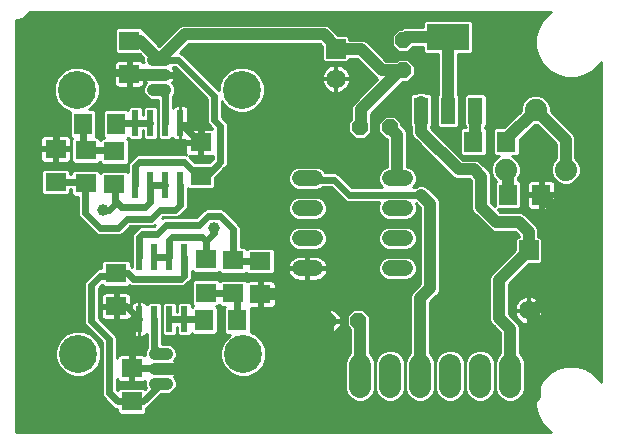
<source format=gbl>
G75*
G70*
%OFA0B0*%
%FSLAX24Y24*%
%IPPOS*%
%LPD*%
%AMOC8*
5,1,8,0,0,1.08239X$1,22.5*
%
%ADD10R,0.0240X0.0870*%
%ADD11C,0.0520*%
%ADD12R,0.0709X0.0630*%
%ADD13C,0.0397*%
%ADD14C,0.1266*%
%ADD15R,0.0630X0.0709*%
%ADD16C,0.0740*%
%ADD17R,0.0480X0.0880*%
%ADD18R,0.1417X0.0866*%
%ADD19C,0.0740*%
%ADD20C,0.0650*%
%ADD21R,0.0650X0.0650*%
%ADD22OC8,0.0520*%
%ADD23C,0.0240*%
%ADD24C,0.0396*%
%ADD25C,0.0400*%
%ADD26C,0.0100*%
D10*
X004245Y009363D03*
X004745Y009363D03*
X005245Y009363D03*
X005745Y009363D03*
X005745Y011423D03*
X005245Y011423D03*
X004745Y011423D03*
X004245Y011423D03*
X004116Y013839D03*
X004616Y013839D03*
X005116Y013839D03*
X005616Y013839D03*
X005616Y015899D03*
X005116Y015899D03*
X004616Y015899D03*
X004116Y015899D03*
D11*
X009595Y014051D02*
X010115Y014051D01*
X010115Y013051D02*
X009595Y013051D01*
X009595Y012051D02*
X010115Y012051D01*
X010115Y011051D02*
X009595Y011051D01*
X012595Y011051D02*
X013115Y011051D01*
X013115Y012051D02*
X012595Y012051D01*
X012595Y013051D02*
X013115Y013051D01*
X013115Y014051D02*
X012595Y014051D01*
D12*
X008291Y011294D03*
X007379Y011324D03*
X006480Y011348D03*
X006480Y010246D03*
X007379Y010222D03*
X008291Y010192D03*
X004002Y007721D03*
X004002Y006619D03*
X003478Y009783D03*
X003478Y010886D03*
X003421Y013852D03*
X002471Y013883D03*
X001463Y013933D03*
X001463Y015035D03*
X002471Y014985D03*
X003421Y014955D03*
X006295Y015248D03*
X006295Y014145D03*
X003912Y017540D03*
X003912Y018642D03*
D13*
X004720Y018008D02*
X005117Y018008D01*
X005117Y017508D02*
X004720Y017508D01*
X004720Y017008D02*
X005117Y017008D01*
X005166Y008204D02*
X004769Y008204D01*
X004769Y007704D02*
X005166Y007704D01*
X005166Y007204D02*
X004769Y007204D01*
D14*
X002218Y008204D03*
X007718Y008204D03*
X007668Y017008D03*
X002168Y017008D03*
D15*
X002377Y015864D03*
X003479Y015864D03*
X006419Y009329D03*
X007522Y009329D03*
X015389Y015276D03*
X016491Y015276D03*
X016547Y013502D03*
X017649Y013502D03*
D16*
X016613Y007845D02*
X016613Y007105D01*
X015613Y007105D02*
X015613Y007845D01*
X014613Y007845D02*
X014613Y007105D01*
X013613Y007105D02*
X013613Y007845D01*
X012613Y007845D02*
X012613Y007105D01*
X011613Y007105D02*
X011613Y007845D01*
D17*
X013637Y016311D03*
X014547Y016311D03*
X015457Y016311D03*
D18*
X014547Y018751D03*
D19*
X017462Y016337D03*
X016462Y014337D03*
X018462Y014337D03*
D20*
X017228Y009653D03*
X010804Y017376D03*
D21*
X010804Y018376D03*
X017228Y011653D03*
D22*
X011550Y009300D03*
X010550Y009300D03*
X011600Y015750D03*
X012600Y015750D03*
X013050Y017650D03*
X013050Y018650D03*
D23*
X006750Y016800D02*
X006750Y016000D01*
X006950Y015800D01*
X006950Y014600D01*
X006495Y014145D01*
X006295Y014145D01*
X006205Y014145D01*
X005750Y014600D01*
X004250Y014600D01*
X004116Y014466D01*
X004116Y013839D01*
X004616Y013839D02*
X004616Y013266D01*
X004450Y013100D01*
X003650Y013100D01*
X003500Y013250D01*
X003250Y013000D01*
X003050Y013000D01*
X003450Y013300D02*
X003450Y013823D01*
X003421Y013852D01*
X003450Y013300D02*
X003500Y013250D01*
X003850Y012700D02*
X003550Y012400D01*
X002950Y012400D01*
X002450Y012900D01*
X002450Y013862D01*
X002471Y013883D01*
X002421Y013933D01*
X001463Y013933D01*
X001463Y015035D02*
X001463Y016087D01*
X001050Y016500D01*
X001050Y017500D01*
X001550Y018000D01*
X003050Y018000D01*
X003450Y017600D01*
X003852Y017600D01*
X003912Y017540D01*
X004918Y017508D02*
X004926Y017500D01*
X004950Y017500D01*
X005550Y017500D01*
X006295Y016755D01*
X006295Y015248D01*
X006267Y015248D01*
X005616Y015899D01*
X005116Y015899D02*
X005116Y016810D01*
X004918Y017008D01*
X004616Y015899D02*
X004116Y015899D01*
X003514Y015899D01*
X003479Y015864D01*
X002377Y015864D02*
X002377Y015080D01*
X002471Y014985D01*
X003390Y014985D01*
X003421Y014955D01*
X004616Y013839D02*
X005116Y013839D01*
X005616Y013839D02*
X005616Y013166D01*
X005450Y013000D01*
X004950Y013000D01*
X004650Y012700D01*
X003850Y012700D01*
X004350Y012200D02*
X004250Y012100D01*
X004250Y011428D01*
X004245Y011423D01*
X004745Y011423D02*
X005245Y011423D01*
X005250Y011428D01*
X005250Y012000D01*
X005350Y012100D01*
X006350Y012100D01*
X006480Y011970D01*
X006750Y012241D01*
X006750Y012400D01*
X006550Y012800D02*
X006250Y012500D01*
X005150Y012500D01*
X004850Y012200D01*
X004350Y012200D01*
X003864Y010886D02*
X003478Y010886D01*
X003392Y010800D01*
X002950Y010800D01*
X002650Y010500D01*
X002650Y009300D01*
X003250Y008700D01*
X003250Y006900D01*
X003531Y006619D01*
X004002Y006619D01*
X004383Y006619D01*
X004968Y007204D01*
X004968Y007704D02*
X004950Y007721D01*
X004002Y007721D01*
X004002Y009120D01*
X004245Y009363D01*
X003824Y009783D01*
X003478Y009783D01*
X004745Y009363D02*
X004745Y008426D01*
X004968Y008204D01*
X005245Y009363D02*
X005745Y009363D01*
X006386Y009363D01*
X006419Y009329D01*
X007522Y009329D02*
X007522Y010080D01*
X007379Y010222D01*
X007356Y010246D01*
X006480Y010246D01*
X005750Y010800D02*
X005650Y010700D01*
X004050Y010700D01*
X003864Y010886D01*
X005750Y010800D02*
X005750Y011417D01*
X005745Y011423D01*
X006480Y011348D02*
X006480Y011970D01*
X006950Y012800D02*
X007379Y012371D01*
X007379Y011324D01*
X007409Y011294D01*
X008291Y011294D01*
X006950Y012800D02*
X006550Y012800D01*
X009855Y014051D02*
X009906Y014000D01*
X010750Y014000D01*
X011250Y013500D01*
X013650Y013500D01*
X006750Y016800D02*
X005550Y018000D01*
X004926Y018000D01*
X004918Y018008D01*
D24*
X004950Y017500D03*
X003050Y013000D03*
X006750Y012400D03*
D25*
X008291Y010192D02*
X009658Y010192D01*
X010550Y009300D01*
X008350Y007100D01*
X006850Y007100D01*
X006246Y007704D01*
X004968Y007704D01*
X010550Y006800D02*
X011150Y006200D01*
X016850Y006200D01*
X017450Y006800D01*
X017450Y009431D01*
X017228Y009653D01*
X017453Y009653D01*
X018150Y010350D01*
X018150Y013001D01*
X017649Y013502D01*
X016547Y013502D02*
X016547Y014253D01*
X016462Y014337D01*
X015650Y014100D02*
X015400Y014350D01*
X014900Y014350D01*
X013650Y015600D01*
X013650Y016324D01*
X013637Y016311D01*
X013650Y016324D02*
X013650Y016600D01*
X014547Y016311D02*
X014547Y018751D01*
X013151Y018751D01*
X013050Y018650D01*
X012350Y017650D02*
X011650Y018350D01*
X010830Y018350D01*
X010804Y018376D01*
X010804Y018446D01*
X010400Y018850D01*
X005760Y018850D01*
X004918Y018008D01*
X004284Y018642D01*
X003912Y018642D01*
X003912Y017540D02*
X003943Y017508D01*
X004918Y017508D01*
X011650Y016350D02*
X011650Y015800D01*
X011600Y015750D01*
X012600Y015750D02*
X012855Y015495D01*
X012855Y014051D01*
X013650Y013500D02*
X013950Y013200D01*
X013950Y010400D01*
X013613Y010063D01*
X013613Y007475D01*
X011613Y007475D02*
X011613Y009237D01*
X011550Y009300D01*
X010550Y009300D02*
X010550Y006800D01*
X016250Y009400D02*
X016250Y010676D01*
X017228Y011653D01*
X017228Y012272D01*
X016900Y012600D01*
X016150Y012600D01*
X015650Y013100D01*
X015650Y014100D01*
X015389Y015276D02*
X015457Y015344D01*
X015457Y016311D01*
X016491Y015367D02*
X017462Y016337D01*
X018462Y015337D01*
X018462Y014337D01*
X016491Y015276D02*
X016491Y015367D01*
X013050Y017650D02*
X012950Y017650D01*
X011650Y016350D01*
X012350Y017650D02*
X013050Y017650D01*
X016250Y009400D02*
X016613Y009037D01*
X016613Y007475D01*
D26*
X017982Y005600D02*
X000150Y005600D01*
X000150Y019335D01*
X000240Y019335D01*
X000405Y019404D01*
X000531Y019530D01*
X000560Y019600D01*
X017982Y019600D01*
X017913Y019560D01*
X017690Y019337D01*
X017532Y019063D01*
X017450Y018758D01*
X017450Y018442D01*
X017532Y018137D01*
X017690Y017863D01*
X017913Y017640D01*
X018187Y017482D01*
X018492Y017400D01*
X018808Y017400D01*
X019113Y017482D01*
X019387Y017640D01*
X019610Y017863D01*
X019650Y017932D01*
X019650Y007268D01*
X019610Y007337D01*
X019387Y007560D01*
X019113Y007718D01*
X018808Y007800D01*
X018492Y007800D01*
X018187Y007718D01*
X017913Y007560D01*
X017690Y007337D01*
X017532Y007063D01*
X017450Y006758D01*
X017450Y006442D01*
X017532Y006137D01*
X017690Y005863D01*
X017913Y005640D01*
X017982Y005600D01*
X017954Y005616D02*
X000150Y005616D01*
X000150Y005715D02*
X017838Y005715D01*
X017740Y005813D02*
X000150Y005813D01*
X000150Y005912D02*
X017662Y005912D01*
X017605Y006010D02*
X000150Y006010D01*
X000150Y006109D02*
X017548Y006109D01*
X017513Y006207D02*
X004444Y006207D01*
X004411Y006174D02*
X004487Y006250D01*
X004487Y006391D01*
X004524Y006407D01*
X004993Y006875D01*
X005231Y006875D01*
X005352Y006925D01*
X005445Y007018D01*
X005495Y007138D01*
X005495Y007269D01*
X005445Y007390D01*
X005395Y007439D01*
X005437Y007481D01*
X005475Y007539D01*
X005501Y007602D01*
X005515Y007669D01*
X005515Y007704D01*
X005515Y007738D01*
X005501Y007805D01*
X005475Y007869D01*
X005437Y007926D01*
X005395Y007968D01*
X005445Y008018D01*
X005495Y008138D01*
X005495Y008269D01*
X005445Y008390D01*
X005352Y008482D01*
X005231Y008532D01*
X004995Y008532D01*
X004995Y009851D01*
X004919Y009928D01*
X004571Y009928D01*
X004503Y009859D01*
X004485Y009890D01*
X004457Y009918D01*
X004423Y009937D01*
X004385Y009948D01*
X004255Y009948D01*
X004255Y009373D01*
X004235Y009373D01*
X004235Y009948D01*
X004105Y009948D01*
X004067Y009937D01*
X004033Y009918D01*
X004005Y009890D01*
X003985Y009855D01*
X003982Y009843D01*
X003982Y010118D01*
X003972Y010156D01*
X003952Y010191D01*
X003924Y010218D01*
X003890Y010238D01*
X003852Y010248D01*
X003528Y010248D01*
X003528Y009833D01*
X003979Y009833D01*
X003975Y009817D01*
X003975Y009733D01*
X003528Y009733D01*
X003528Y009319D01*
X003852Y009319D01*
X003890Y009329D01*
X003924Y009348D01*
X003952Y009376D01*
X003972Y009411D01*
X003975Y009423D01*
X003975Y009373D01*
X004235Y009373D01*
X004235Y009353D01*
X003975Y009353D01*
X003975Y008908D01*
X003985Y008870D01*
X004005Y008835D01*
X004033Y008807D01*
X004067Y008788D01*
X004105Y008778D01*
X004235Y008778D01*
X004235Y009353D01*
X004255Y009353D01*
X004255Y008778D01*
X004385Y008778D01*
X004423Y008788D01*
X004457Y008807D01*
X004485Y008835D01*
X004495Y008853D01*
X004495Y008394D01*
X004491Y008390D01*
X004441Y008269D01*
X004441Y008160D01*
X004415Y008176D01*
X004376Y008186D01*
X004052Y008186D01*
X004052Y007771D01*
X003952Y007771D01*
X003952Y008186D01*
X003628Y008186D01*
X003590Y008176D01*
X003556Y008156D01*
X003528Y008128D01*
X003508Y008094D01*
X003500Y008063D01*
X003500Y008750D01*
X003462Y008842D01*
X002900Y009404D01*
X002900Y010396D01*
X003007Y010503D01*
X003069Y010441D01*
X003886Y010441D01*
X003926Y010481D01*
X004000Y010450D01*
X005700Y010450D01*
X005792Y010488D01*
X005892Y010588D01*
X005962Y010658D01*
X006000Y010750D01*
X006000Y010974D01*
X006071Y010903D01*
X006888Y010903D01*
X006918Y010933D01*
X006971Y010879D01*
X007787Y010879D01*
X007820Y010912D01*
X007883Y010849D01*
X008699Y010849D01*
X008775Y010925D01*
X008775Y011663D01*
X008699Y011739D01*
X007883Y011739D01*
X007850Y011706D01*
X007787Y011769D01*
X007629Y011769D01*
X007629Y012421D01*
X007591Y012512D01*
X007162Y012942D01*
X007092Y013012D01*
X007000Y013050D01*
X006500Y013050D01*
X006408Y013012D01*
X006146Y012750D01*
X005100Y012750D01*
X005021Y012717D01*
X005054Y012750D01*
X005500Y012750D01*
X005592Y012788D01*
X005662Y012858D01*
X005828Y013025D01*
X005866Y013116D01*
X005866Y013721D01*
X005887Y013700D01*
X006703Y013700D01*
X006780Y013776D01*
X006780Y014076D01*
X007092Y014388D01*
X007162Y014458D01*
X007200Y014550D01*
X007200Y015850D01*
X007162Y015942D01*
X007000Y016104D01*
X007000Y016627D01*
X007021Y016576D01*
X007236Y016361D01*
X007516Y016245D01*
X007820Y016245D01*
X008100Y016361D01*
X008315Y016576D01*
X008431Y016856D01*
X008431Y017160D01*
X008315Y017441D01*
X008100Y017655D01*
X007820Y017771D01*
X007516Y017771D01*
X007236Y017655D01*
X007021Y017441D01*
X006905Y017160D01*
X006905Y016999D01*
X005762Y018142D01*
X005692Y018212D01*
X005619Y018242D01*
X005897Y018520D01*
X010263Y018520D01*
X010349Y018435D01*
X010349Y017998D01*
X010425Y017921D01*
X011182Y017921D01*
X011259Y017998D01*
X011259Y018020D01*
X011513Y018020D01*
X012163Y017370D01*
X012192Y017358D01*
X011463Y016630D01*
X011370Y016537D01*
X011320Y016416D01*
X011320Y016022D01*
X011210Y015912D01*
X011210Y015588D01*
X011438Y015360D01*
X011762Y015360D01*
X011990Y015588D01*
X011990Y015912D01*
X011980Y015922D01*
X011980Y016213D01*
X013027Y017260D01*
X013212Y017260D01*
X013440Y017488D01*
X013440Y017812D01*
X013212Y018040D01*
X012888Y018040D01*
X012828Y017980D01*
X012487Y017980D01*
X011930Y018537D01*
X011837Y018630D01*
X011716Y018680D01*
X011259Y018680D01*
X011259Y018755D01*
X011182Y018831D01*
X010885Y018831D01*
X010680Y019037D01*
X010587Y019130D01*
X010466Y019180D01*
X005694Y019180D01*
X005573Y019130D01*
X004918Y018475D01*
X004471Y018922D01*
X004396Y018953D01*
X004396Y019011D01*
X004320Y019087D01*
X003504Y019087D01*
X003427Y019011D01*
X003427Y018273D01*
X003504Y018197D01*
X004263Y018197D01*
X004391Y018068D01*
X004391Y017943D01*
X004398Y017925D01*
X004386Y017947D01*
X004358Y017975D01*
X004324Y017995D01*
X004286Y018005D01*
X003962Y018005D01*
X003962Y017590D01*
X003862Y017590D01*
X003862Y018005D01*
X003538Y018005D01*
X003500Y017995D01*
X003465Y017975D01*
X003437Y017947D01*
X003418Y017913D01*
X003407Y017874D01*
X003407Y017590D01*
X003862Y017590D01*
X003862Y017490D01*
X003407Y017490D01*
X003407Y017205D01*
X003418Y017167D01*
X003437Y017133D01*
X003465Y017105D01*
X003500Y017085D01*
X003538Y017075D01*
X003862Y017075D01*
X003862Y017490D01*
X003962Y017490D01*
X003962Y017590D01*
X004381Y017590D01*
X004371Y017543D01*
X004371Y017508D01*
X004918Y017508D01*
X004918Y017508D01*
X004918Y017508D01*
X005465Y017508D01*
X005465Y017474D01*
X005452Y017407D01*
X005425Y017343D01*
X005387Y017286D01*
X005345Y017244D01*
X005395Y017194D01*
X005445Y017074D01*
X005445Y016943D01*
X005395Y016822D01*
X005366Y016793D01*
X005366Y016409D01*
X005376Y016426D01*
X005404Y016454D01*
X005438Y016474D01*
X005476Y016484D01*
X005606Y016484D01*
X005606Y015909D01*
X005626Y015909D01*
X005626Y016484D01*
X005756Y016484D01*
X005794Y016474D01*
X005828Y016454D01*
X005856Y016426D01*
X005876Y016392D01*
X005886Y016354D01*
X005886Y015909D01*
X005626Y015909D01*
X005626Y015889D01*
X005626Y015314D01*
X005756Y015314D01*
X005791Y015323D01*
X005791Y015298D01*
X006245Y015298D01*
X006245Y015713D01*
X005921Y015713D01*
X005886Y015703D01*
X005886Y015889D01*
X005626Y015889D01*
X005606Y015889D01*
X005606Y015314D01*
X005476Y015314D01*
X005438Y015324D01*
X005404Y015344D01*
X005376Y015372D01*
X005358Y015402D01*
X005290Y015334D01*
X004942Y015334D01*
X004866Y015410D01*
X004866Y016388D01*
X004790Y016464D01*
X004442Y016464D01*
X004366Y016388D01*
X004290Y016464D01*
X003942Y016464D01*
X003866Y016388D01*
X003866Y016330D01*
X003848Y016349D01*
X003110Y016349D01*
X003034Y016272D01*
X003034Y015456D01*
X003090Y015400D01*
X003013Y015400D01*
X002955Y015342D01*
X002955Y015354D01*
X002879Y015430D01*
X002796Y015430D01*
X002822Y015456D01*
X002822Y016272D01*
X002746Y016349D01*
X002569Y016349D01*
X002600Y016361D01*
X002815Y016576D01*
X002931Y016856D01*
X002931Y017160D01*
X002815Y017441D01*
X002600Y017655D01*
X002320Y017771D01*
X002016Y017771D01*
X001736Y017655D01*
X001521Y017441D01*
X001405Y017160D01*
X001405Y016856D01*
X001521Y016576D01*
X001736Y016361D01*
X001937Y016278D01*
X001932Y016272D01*
X001932Y015456D01*
X002008Y015380D01*
X002012Y015380D01*
X001987Y015354D01*
X001987Y014617D01*
X002063Y014540D01*
X002879Y014540D01*
X002937Y014598D01*
X002937Y014586D01*
X003013Y014510D01*
X003829Y014510D01*
X003888Y014569D01*
X003866Y014516D01*
X003866Y014260D01*
X003829Y014297D01*
X003013Y014297D01*
X002955Y014240D01*
X002955Y014252D01*
X002879Y014328D01*
X002063Y014328D01*
X001987Y014252D01*
X001987Y014183D01*
X001948Y014183D01*
X001948Y014301D01*
X001872Y014378D01*
X001055Y014378D01*
X000979Y014301D01*
X000979Y013564D01*
X001055Y013488D01*
X001872Y013488D01*
X001948Y013564D01*
X001948Y013683D01*
X001987Y013683D01*
X001987Y013514D01*
X002063Y013438D01*
X002200Y013438D01*
X002200Y012850D01*
X002238Y012758D01*
X002308Y012688D01*
X002808Y012188D01*
X002900Y012150D01*
X003600Y012150D01*
X003692Y012188D01*
X003762Y012258D01*
X003954Y012450D01*
X004700Y012450D01*
X004779Y012483D01*
X004746Y012450D01*
X004300Y012450D01*
X004208Y012412D01*
X004108Y012312D01*
X004038Y012242D01*
X004000Y012150D01*
X004000Y011916D01*
X003995Y011911D01*
X003995Y011102D01*
X003962Y011116D01*
X003962Y011255D01*
X003886Y011331D01*
X003069Y011331D01*
X002993Y011255D01*
X002993Y011050D01*
X002900Y011050D01*
X002808Y011012D01*
X002738Y010942D01*
X002438Y010642D01*
X002400Y010550D01*
X002400Y009250D01*
X002438Y009158D01*
X002508Y009088D01*
X003000Y008596D01*
X003000Y006850D01*
X003038Y006758D01*
X003108Y006688D01*
X003390Y006407D01*
X003482Y006369D01*
X003518Y006369D01*
X003518Y006250D01*
X003594Y006174D01*
X004411Y006174D01*
X004487Y006306D02*
X017487Y006306D01*
X017460Y006404D02*
X004518Y006404D01*
X004620Y006503D02*
X017450Y006503D01*
X017450Y006601D02*
X004719Y006601D01*
X004817Y006700D02*
X011311Y006700D01*
X011329Y006681D02*
X011513Y006605D01*
X011712Y006605D01*
X011896Y006681D01*
X012036Y006822D01*
X012113Y007005D01*
X012189Y006822D01*
X012329Y006681D01*
X012513Y006605D01*
X012712Y006605D01*
X012896Y006681D01*
X013036Y006822D01*
X013113Y007005D01*
X013189Y006822D01*
X013329Y006681D01*
X013513Y006605D01*
X013712Y006605D01*
X013896Y006681D01*
X014036Y006822D01*
X014113Y007005D01*
X014189Y006822D01*
X014329Y006681D01*
X014513Y006605D01*
X014712Y006605D01*
X014896Y006681D01*
X015036Y006822D01*
X015113Y007005D01*
X015189Y006822D01*
X015329Y006681D01*
X015513Y006605D01*
X015712Y006605D01*
X015896Y006681D01*
X016036Y006822D01*
X016113Y007005D01*
X016189Y006822D01*
X016329Y006681D01*
X016513Y006605D01*
X016712Y006605D01*
X016896Y006681D01*
X017036Y006822D01*
X017113Y007005D01*
X017113Y007944D01*
X017036Y008128D01*
X016943Y008222D01*
X016943Y009103D01*
X016892Y009224D01*
X016580Y009537D01*
X016580Y010539D01*
X017239Y011198D01*
X017606Y011198D01*
X017683Y011274D01*
X017683Y012032D01*
X017606Y012108D01*
X017558Y012108D01*
X017558Y012338D01*
X017507Y012459D01*
X017180Y012787D01*
X017087Y012880D01*
X016966Y012930D01*
X016287Y012930D01*
X016199Y013017D01*
X016916Y013017D01*
X016992Y013093D01*
X016992Y013910D01*
X016916Y013986D01*
X016877Y013986D01*
X016877Y014045D01*
X016886Y014054D01*
X016962Y014238D01*
X016962Y014437D01*
X016886Y014621D01*
X016745Y014761D01*
X016672Y014792D01*
X016860Y014792D01*
X016936Y014868D01*
X016936Y015345D01*
X017429Y015837D01*
X017496Y015837D01*
X018132Y015201D01*
X018132Y014715D01*
X018038Y014621D01*
X017962Y014437D01*
X017962Y014238D01*
X018038Y014054D01*
X018179Y013914D01*
X018363Y013837D01*
X018562Y013837D01*
X018745Y013914D01*
X018886Y014054D01*
X018962Y014238D01*
X018962Y014437D01*
X018886Y014621D01*
X018792Y014715D01*
X018792Y015403D01*
X018742Y015524D01*
X017962Y016304D01*
X017962Y016437D01*
X017886Y016621D01*
X017745Y016761D01*
X017562Y016837D01*
X017363Y016837D01*
X017179Y016761D01*
X017038Y016621D01*
X016962Y016437D01*
X016962Y016304D01*
X016418Y015760D01*
X016123Y015760D01*
X016046Y015684D01*
X016046Y014868D01*
X016123Y014792D01*
X016252Y014792D01*
X016179Y014761D01*
X016038Y014621D01*
X015962Y014437D01*
X015962Y014238D01*
X016038Y014054D01*
X016142Y013950D01*
X016102Y013910D01*
X016102Y013115D01*
X015980Y013237D01*
X015980Y014166D01*
X015930Y014287D01*
X015680Y014537D01*
X015587Y014630D01*
X015466Y014680D01*
X015037Y014680D01*
X013980Y015737D01*
X013980Y015790D01*
X014007Y015817D01*
X014007Y016805D01*
X013931Y016881D01*
X013834Y016881D01*
X013716Y016930D01*
X013584Y016930D01*
X013466Y016881D01*
X013343Y016881D01*
X013267Y016805D01*
X013267Y015817D01*
X013320Y015764D01*
X013320Y015534D01*
X013370Y015413D01*
X013463Y015320D01*
X014713Y014070D01*
X014834Y014020D01*
X015263Y014020D01*
X015320Y013963D01*
X015320Y013034D01*
X015370Y012913D01*
X015463Y012820D01*
X015963Y012320D01*
X016084Y012270D01*
X016763Y012270D01*
X016898Y012136D01*
X016898Y012108D01*
X016849Y012108D01*
X016773Y012032D01*
X016773Y011665D01*
X015970Y010863D01*
X015920Y010741D01*
X015920Y009334D01*
X015970Y009213D01*
X016063Y009120D01*
X016283Y008901D01*
X016283Y008222D01*
X016189Y008128D01*
X016113Y007944D01*
X016113Y007005D01*
X016113Y007944D01*
X016036Y008128D01*
X015896Y008269D01*
X015712Y008345D01*
X015513Y008345D01*
X015329Y008269D01*
X015189Y008128D01*
X015113Y007944D01*
X015113Y007005D01*
X015113Y007944D01*
X015036Y008128D01*
X014896Y008269D01*
X014712Y008345D01*
X014513Y008345D01*
X014329Y008269D01*
X014189Y008128D01*
X014113Y007944D01*
X014113Y007005D01*
X014113Y007944D01*
X014036Y008128D01*
X013943Y008222D01*
X013943Y009926D01*
X014137Y010120D01*
X014230Y010213D01*
X014280Y010334D01*
X014280Y013266D01*
X014230Y013387D01*
X013837Y013780D01*
X013716Y013830D01*
X013584Y013830D01*
X013463Y013780D01*
X013433Y013750D01*
X013365Y013750D01*
X013445Y013830D01*
X013505Y013974D01*
X013505Y014129D01*
X013445Y014272D01*
X013336Y014382D01*
X013192Y014441D01*
X013185Y014441D01*
X013185Y015561D01*
X013134Y015682D01*
X012990Y015827D01*
X012990Y015912D01*
X012762Y016140D01*
X012438Y016140D01*
X012210Y015912D01*
X012210Y015588D01*
X012438Y015360D01*
X012523Y015360D01*
X012525Y015359D01*
X012525Y014441D01*
X012517Y014441D01*
X012374Y014382D01*
X012264Y014272D01*
X012205Y014129D01*
X012205Y013974D01*
X012264Y013830D01*
X012344Y013750D01*
X011354Y013750D01*
X010962Y014142D01*
X010892Y014212D01*
X010800Y014250D01*
X010455Y014250D01*
X010445Y014272D01*
X010336Y014382D01*
X010192Y014441D01*
X009517Y014441D01*
X009374Y014382D01*
X009264Y014272D01*
X009205Y014129D01*
X009205Y013974D01*
X009264Y013830D01*
X009374Y013721D01*
X009517Y013661D01*
X010192Y013661D01*
X010336Y013721D01*
X010365Y013750D01*
X010646Y013750D01*
X011108Y013288D01*
X011200Y013250D01*
X012255Y013250D01*
X012205Y013129D01*
X012205Y012974D01*
X012264Y012830D01*
X012374Y012721D01*
X012517Y012661D01*
X013192Y012661D01*
X013336Y012721D01*
X013445Y012830D01*
X013505Y012974D01*
X013505Y013129D01*
X013469Y013214D01*
X013620Y013063D01*
X013620Y010537D01*
X013333Y010250D01*
X013283Y010128D01*
X013283Y008222D01*
X013189Y008128D01*
X013113Y007944D01*
X013113Y007005D01*
X013113Y007944D01*
X013036Y008128D01*
X012896Y008269D01*
X012712Y008345D01*
X012513Y008345D01*
X012329Y008269D01*
X012189Y008128D01*
X012113Y007944D01*
X012113Y007005D01*
X012113Y007944D01*
X012036Y008128D01*
X011943Y008222D01*
X011943Y009303D01*
X011940Y009309D01*
X011940Y009462D01*
X011712Y009690D01*
X011388Y009690D01*
X011160Y009462D01*
X011160Y009138D01*
X011283Y009016D01*
X011283Y008222D01*
X011189Y008128D01*
X011113Y007944D01*
X011113Y007005D01*
X011189Y006822D01*
X011329Y006681D01*
X011212Y006798D02*
X004916Y006798D01*
X005283Y006897D02*
X011158Y006897D01*
X011117Y006995D02*
X005422Y006995D01*
X005476Y007094D02*
X011113Y007094D01*
X011113Y007192D02*
X005495Y007192D01*
X005486Y007291D02*
X011113Y007291D01*
X011113Y007389D02*
X005445Y007389D01*
X005441Y007488D02*
X007452Y007488D01*
X007566Y007440D02*
X007870Y007440D01*
X008150Y007557D01*
X008365Y007771D01*
X008481Y008052D01*
X008481Y008355D01*
X008365Y008636D01*
X008150Y008850D01*
X007967Y008926D01*
X007967Y009727D01*
X008241Y009727D01*
X008241Y010142D01*
X008341Y010142D01*
X008341Y010242D01*
X008241Y010242D01*
X008241Y010657D01*
X007917Y010657D01*
X007879Y010646D01*
X007845Y010627D01*
X007836Y010618D01*
X007787Y010667D01*
X006971Y010667D01*
X006941Y010637D01*
X006888Y010691D01*
X006071Y010691D01*
X005995Y010614D01*
X005995Y009877D01*
X006059Y009813D01*
X006050Y009813D01*
X005995Y009758D01*
X005995Y009851D01*
X005919Y009928D01*
X005571Y009928D01*
X005495Y009851D01*
X005419Y009928D01*
X005071Y009928D01*
X004995Y009851D01*
X004995Y008874D01*
X005071Y008798D01*
X005419Y008798D01*
X005495Y008874D01*
X005571Y008798D01*
X005919Y008798D01*
X005995Y008874D01*
X005995Y008900D01*
X006050Y008845D01*
X006788Y008845D01*
X006864Y008921D01*
X006864Y009737D01*
X006801Y009801D01*
X006888Y009801D01*
X006918Y009831D01*
X006971Y009777D01*
X007116Y009777D01*
X007077Y009737D01*
X007077Y008921D01*
X007153Y008845D01*
X007280Y008845D01*
X007071Y008636D01*
X006955Y008355D01*
X006955Y008052D01*
X007071Y007771D01*
X007285Y007557D01*
X007566Y007440D01*
X007256Y007586D02*
X005495Y007586D01*
X005515Y007685D02*
X007158Y007685D01*
X007066Y007783D02*
X005506Y007783D01*
X005515Y007704D02*
X004968Y007704D01*
X004968Y007704D01*
X005515Y007704D01*
X005466Y007882D02*
X007025Y007882D01*
X006984Y007980D02*
X005407Y007980D01*
X005470Y008079D02*
X006955Y008079D01*
X006955Y008177D02*
X005495Y008177D01*
X005492Y008276D02*
X006955Y008276D01*
X006962Y008374D02*
X005451Y008374D01*
X005362Y008473D02*
X007003Y008473D01*
X007044Y008571D02*
X004995Y008571D01*
X004995Y008670D02*
X007105Y008670D01*
X007203Y008768D02*
X004995Y008768D01*
X004995Y008867D02*
X005002Y008867D01*
X004995Y008965D02*
X004995Y008965D01*
X004995Y009064D02*
X004995Y009064D01*
X004995Y009162D02*
X004995Y009162D01*
X004995Y009261D02*
X004995Y009261D01*
X004995Y009359D02*
X004995Y009359D01*
X004995Y009458D02*
X004995Y009458D01*
X004995Y009556D02*
X004995Y009556D01*
X004995Y009655D02*
X004995Y009655D01*
X004995Y009753D02*
X004995Y009753D01*
X004995Y009852D02*
X004995Y009852D01*
X005495Y009852D02*
X005495Y009852D01*
X005495Y009851D02*
X005495Y009613D01*
X005495Y009851D01*
X005495Y009753D02*
X005495Y009753D01*
X005495Y009655D02*
X005495Y009655D01*
X005495Y009613D02*
X005495Y009613D01*
X005495Y009113D02*
X005495Y008874D01*
X005495Y009113D01*
X005495Y009113D01*
X005495Y009064D02*
X005495Y009064D01*
X005495Y008965D02*
X005495Y008965D01*
X005488Y008867D02*
X005502Y008867D01*
X005988Y008867D02*
X006029Y008867D01*
X006810Y008867D02*
X007131Y008867D01*
X007077Y008965D02*
X006864Y008965D01*
X006864Y009064D02*
X007077Y009064D01*
X007077Y009162D02*
X006864Y009162D01*
X006864Y009261D02*
X007077Y009261D01*
X007077Y009359D02*
X006864Y009359D01*
X006864Y009458D02*
X007077Y009458D01*
X007077Y009556D02*
X006864Y009556D01*
X006864Y009655D02*
X007077Y009655D01*
X007092Y009753D02*
X006849Y009753D01*
X006021Y009852D02*
X005995Y009852D01*
X005995Y009950D02*
X003982Y009950D01*
X003982Y009852D02*
X003984Y009852D01*
X003975Y009753D02*
X003528Y009753D01*
X003528Y009733D02*
X003528Y009833D01*
X003428Y009833D01*
X003428Y009733D01*
X003528Y009733D01*
X003528Y009655D02*
X003428Y009655D01*
X003428Y009733D02*
X003428Y009319D01*
X003103Y009319D01*
X003065Y009329D01*
X003031Y009348D01*
X003003Y009376D01*
X002983Y009411D01*
X002973Y009449D01*
X002973Y009733D01*
X003428Y009733D01*
X003428Y009753D02*
X002900Y009753D01*
X002900Y009655D02*
X002973Y009655D01*
X002973Y009556D02*
X002900Y009556D01*
X002900Y009458D02*
X002973Y009458D01*
X002945Y009359D02*
X003021Y009359D01*
X003043Y009261D02*
X003975Y009261D01*
X003975Y009162D02*
X003142Y009162D01*
X003240Y009064D02*
X003975Y009064D01*
X003975Y008965D02*
X003339Y008965D01*
X003437Y008867D02*
X003987Y008867D01*
X004235Y008867D02*
X004255Y008867D01*
X004255Y008965D02*
X004235Y008965D01*
X004235Y009064D02*
X004255Y009064D01*
X004255Y009162D02*
X004235Y009162D01*
X004235Y009261D02*
X004255Y009261D01*
X004235Y009359D02*
X003935Y009359D01*
X004235Y009458D02*
X004255Y009458D01*
X004255Y009556D02*
X004235Y009556D01*
X004235Y009655D02*
X004255Y009655D01*
X004255Y009753D02*
X004235Y009753D01*
X004235Y009852D02*
X004255Y009852D01*
X003982Y010049D02*
X005995Y010049D01*
X005995Y010147D02*
X003974Y010147D01*
X003862Y010246D02*
X005995Y010246D01*
X005995Y010344D02*
X002900Y010344D01*
X002900Y010246D02*
X003093Y010246D01*
X003103Y010248D02*
X003065Y010238D01*
X003031Y010218D01*
X003003Y010191D01*
X002983Y010156D01*
X002973Y010118D01*
X002973Y009833D01*
X003428Y009833D01*
X003428Y010248D01*
X003103Y010248D01*
X002981Y010147D02*
X002900Y010147D01*
X002900Y010049D02*
X002973Y010049D01*
X002973Y009950D02*
X002900Y009950D01*
X002900Y009852D02*
X002973Y009852D01*
X003428Y009852D02*
X003528Y009852D01*
X003528Y009950D02*
X003428Y009950D01*
X003428Y010049D02*
X003528Y010049D01*
X003528Y010147D02*
X003428Y010147D01*
X003428Y010246D02*
X003528Y010246D01*
X003887Y010443D02*
X005995Y010443D01*
X005995Y010541D02*
X005845Y010541D01*
X005943Y010640D02*
X006020Y010640D01*
X005995Y010738D02*
X009328Y010738D01*
X009380Y010701D01*
X009437Y010671D01*
X009499Y010651D01*
X009562Y010641D01*
X009825Y010641D01*
X009825Y011021D01*
X009885Y011021D01*
X009885Y011081D01*
X010525Y011081D01*
X010525Y011083D01*
X010515Y011147D01*
X010495Y011209D01*
X010465Y011266D01*
X010427Y011318D01*
X010382Y011364D01*
X010330Y011402D01*
X010272Y011431D01*
X010211Y011451D01*
X010147Y011461D01*
X009885Y011461D01*
X009885Y011081D01*
X009825Y011081D01*
X009825Y011461D01*
X009562Y011461D01*
X009499Y011451D01*
X009437Y011431D01*
X009380Y011402D01*
X009328Y011364D01*
X009282Y011318D01*
X009244Y011266D01*
X009215Y011209D01*
X009195Y011147D01*
X009185Y011083D01*
X009185Y011081D01*
X009825Y011081D01*
X009825Y011021D01*
X009185Y011021D01*
X009185Y011019D01*
X009195Y010955D01*
X009215Y010894D01*
X009244Y010836D01*
X009282Y010784D01*
X009328Y010738D01*
X009244Y010837D02*
X006000Y010837D01*
X006000Y010935D02*
X006039Y010935D01*
X006939Y010640D02*
X006943Y010640D01*
X007815Y010640D02*
X007867Y010640D01*
X008241Y010640D02*
X008341Y010640D01*
X008341Y010657D02*
X008341Y010242D01*
X008795Y010242D01*
X008795Y010526D01*
X008785Y010565D01*
X008765Y010599D01*
X008737Y010627D01*
X008703Y010646D01*
X008665Y010657D01*
X008341Y010657D01*
X008341Y010541D02*
X008241Y010541D01*
X008241Y010443D02*
X008341Y010443D01*
X008341Y010344D02*
X008241Y010344D01*
X008241Y010246D02*
X008341Y010246D01*
X008341Y010147D02*
X013290Y010147D01*
X013283Y010049D02*
X008795Y010049D01*
X008795Y010142D02*
X008341Y010142D01*
X008341Y009727D01*
X008665Y009727D01*
X008703Y009737D01*
X008737Y009757D01*
X008765Y009785D01*
X008785Y009819D01*
X008795Y009857D01*
X008795Y010142D01*
X008795Y010246D02*
X013331Y010246D01*
X013427Y010344D02*
X008795Y010344D01*
X008795Y010443D02*
X013526Y010443D01*
X013620Y010541D02*
X008791Y010541D01*
X008715Y010640D02*
X013620Y010640D01*
X013620Y010738D02*
X013353Y010738D01*
X013336Y010721D02*
X013445Y010830D01*
X013505Y010974D01*
X013505Y011129D01*
X013445Y011272D01*
X013336Y011382D01*
X013192Y011441D01*
X012517Y011441D01*
X012374Y011382D01*
X012264Y011272D01*
X012205Y011129D01*
X012205Y010974D01*
X012264Y010830D01*
X012374Y010721D01*
X012517Y010661D01*
X013192Y010661D01*
X013336Y010721D01*
X013448Y010837D02*
X013620Y010837D01*
X013620Y010935D02*
X013489Y010935D01*
X013505Y011034D02*
X013620Y011034D01*
X013620Y011132D02*
X013503Y011132D01*
X013463Y011231D02*
X013620Y011231D01*
X013620Y011329D02*
X013388Y011329D01*
X013225Y011428D02*
X013620Y011428D01*
X013620Y011526D02*
X008775Y011526D01*
X008775Y011428D02*
X009430Y011428D01*
X009293Y011329D02*
X008775Y011329D01*
X008775Y011231D02*
X009226Y011231D01*
X009192Y011132D02*
X008775Y011132D01*
X008775Y011034D02*
X009825Y011034D01*
X009885Y011034D02*
X012205Y011034D01*
X012206Y011132D02*
X010517Y011132D01*
X010483Y011231D02*
X012247Y011231D01*
X012321Y011329D02*
X010417Y011329D01*
X010279Y011428D02*
X012484Y011428D01*
X012517Y011661D02*
X013192Y011661D01*
X013336Y011721D01*
X013445Y011830D01*
X013505Y011974D01*
X013505Y012129D01*
X013445Y012272D01*
X013336Y012382D01*
X013192Y012441D01*
X012517Y012441D01*
X012374Y012382D01*
X012264Y012272D01*
X012205Y012129D01*
X012205Y011974D01*
X012264Y011830D01*
X012374Y011721D01*
X012517Y011661D01*
X012371Y011723D02*
X010338Y011723D01*
X010336Y011721D02*
X010445Y011830D01*
X010505Y011974D01*
X010505Y012129D01*
X010445Y012272D01*
X010336Y012382D01*
X010192Y012441D01*
X009517Y012441D01*
X009374Y012382D01*
X009264Y012272D01*
X009205Y012129D01*
X009205Y011974D01*
X009264Y011830D01*
X009374Y011721D01*
X009517Y011661D01*
X010192Y011661D01*
X010336Y011721D01*
X010437Y011822D02*
X012273Y011822D01*
X012227Y011920D02*
X010483Y011920D01*
X010505Y012019D02*
X012205Y012019D01*
X012205Y012117D02*
X010505Y012117D01*
X010469Y012216D02*
X012241Y012216D01*
X012306Y012314D02*
X010403Y012314D01*
X010261Y012413D02*
X012448Y012413D01*
X012404Y012708D02*
X010305Y012708D01*
X010336Y012721D02*
X010445Y012830D01*
X010505Y012974D01*
X010505Y013129D01*
X010445Y013272D01*
X010336Y013382D01*
X010192Y013441D01*
X009517Y013441D01*
X009374Y013382D01*
X009264Y013272D01*
X009205Y013129D01*
X009205Y012974D01*
X009264Y012830D01*
X009374Y012721D01*
X009517Y012661D01*
X010192Y012661D01*
X010336Y012721D01*
X010422Y012807D02*
X012288Y012807D01*
X012233Y012905D02*
X010476Y012905D01*
X010505Y013004D02*
X012205Y013004D01*
X012205Y013102D02*
X010505Y013102D01*
X010475Y013201D02*
X012234Y013201D01*
X012303Y013792D02*
X011312Y013792D01*
X011214Y013890D02*
X012239Y013890D01*
X012205Y013989D02*
X011115Y013989D01*
X011017Y014087D02*
X012205Y014087D01*
X012228Y014186D02*
X010918Y014186D01*
X010433Y014284D02*
X012276Y014284D01*
X012376Y014383D02*
X010334Y014383D01*
X010269Y013693D02*
X010703Y013693D01*
X010802Y013595D02*
X005866Y013595D01*
X005866Y013693D02*
X009440Y013693D01*
X009303Y013792D02*
X006780Y013792D01*
X006780Y013890D02*
X009239Y013890D01*
X009205Y013989D02*
X006780Y013989D01*
X006791Y014087D02*
X009205Y014087D01*
X009228Y014186D02*
X006889Y014186D01*
X006988Y014284D02*
X009276Y014284D01*
X009376Y014383D02*
X007086Y014383D01*
X007171Y014481D02*
X012525Y014481D01*
X012525Y014580D02*
X007200Y014580D01*
X007200Y014678D02*
X012525Y014678D01*
X012525Y014777D02*
X007200Y014777D01*
X007200Y014875D02*
X012525Y014875D01*
X012525Y014974D02*
X007200Y014974D01*
X007200Y015072D02*
X012525Y015072D01*
X012525Y015171D02*
X007200Y015171D01*
X007200Y015269D02*
X012525Y015269D01*
X012431Y015368D02*
X011769Y015368D01*
X011868Y015466D02*
X012332Y015466D01*
X012234Y015565D02*
X011966Y015565D01*
X011990Y015663D02*
X012210Y015663D01*
X012210Y015762D02*
X011990Y015762D01*
X011990Y015860D02*
X012210Y015860D01*
X012257Y015959D02*
X011980Y015959D01*
X011980Y016057D02*
X012355Y016057D01*
X012119Y016353D02*
X013267Y016353D01*
X013267Y016451D02*
X012218Y016451D01*
X012316Y016550D02*
X013267Y016550D01*
X013267Y016648D02*
X012415Y016648D01*
X012513Y016747D02*
X013267Y016747D01*
X013307Y016845D02*
X012612Y016845D01*
X012710Y016944D02*
X014217Y016944D01*
X014217Y017042D02*
X012809Y017042D01*
X012907Y017141D02*
X014217Y017141D01*
X014217Y017239D02*
X013006Y017239D01*
X013289Y017338D02*
X014217Y017338D01*
X014217Y017436D02*
X013388Y017436D01*
X013440Y017535D02*
X014217Y017535D01*
X014217Y017633D02*
X013440Y017633D01*
X013440Y017732D02*
X014217Y017732D01*
X014217Y017830D02*
X013421Y017830D01*
X013323Y017929D02*
X014217Y017929D01*
X014217Y018027D02*
X013224Y018027D01*
X013212Y018260D02*
X013373Y018421D01*
X013709Y018421D01*
X013373Y018421D01*
X013274Y018323D02*
X013709Y018323D01*
X013709Y018264D02*
X013785Y018188D01*
X014217Y018188D01*
X014217Y016845D01*
X013967Y016845D01*
X014007Y016747D02*
X014177Y016747D01*
X014177Y016805D02*
X014177Y015817D01*
X014253Y015741D01*
X014841Y015741D01*
X014917Y015817D01*
X014917Y016805D01*
X014877Y016845D01*
X015127Y016845D01*
X015163Y016881D02*
X015087Y016805D01*
X015087Y015817D01*
X015127Y015777D01*
X015127Y015760D01*
X015020Y015760D01*
X014944Y015684D01*
X014944Y014868D01*
X015020Y014792D01*
X015758Y014792D01*
X015834Y014868D01*
X015834Y015684D01*
X015787Y015731D01*
X015787Y015777D01*
X015827Y015817D01*
X015827Y016805D01*
X015751Y016881D01*
X015163Y016881D01*
X015087Y016747D02*
X014917Y016747D01*
X014917Y016648D02*
X015087Y016648D01*
X015087Y016550D02*
X014917Y016550D01*
X014917Y016451D02*
X015087Y016451D01*
X015087Y016353D02*
X014917Y016353D01*
X014917Y016254D02*
X015087Y016254D01*
X015087Y016156D02*
X014917Y016156D01*
X014917Y016057D02*
X015087Y016057D01*
X015087Y015959D02*
X014917Y015959D01*
X014917Y015860D02*
X015087Y015860D01*
X015127Y015762D02*
X014862Y015762D01*
X014944Y015663D02*
X014054Y015663D01*
X013980Y015762D02*
X014233Y015762D01*
X014177Y015860D02*
X014007Y015860D01*
X014007Y015959D02*
X014177Y015959D01*
X014177Y016057D02*
X014007Y016057D01*
X014007Y016156D02*
X014177Y016156D01*
X014177Y016254D02*
X014007Y016254D01*
X014007Y016353D02*
X014177Y016353D01*
X014177Y016451D02*
X014007Y016451D01*
X014007Y016550D02*
X014177Y016550D01*
X014177Y016648D02*
X014007Y016648D01*
X014177Y016805D02*
X014217Y016845D01*
X014877Y016845D02*
X014877Y018188D01*
X015310Y018188D01*
X015386Y018264D01*
X015386Y019238D01*
X015310Y019314D01*
X013785Y019314D01*
X013709Y019238D01*
X013709Y019081D01*
X013086Y019081D01*
X012986Y019040D01*
X012888Y019040D01*
X012660Y018812D01*
X012660Y018488D01*
X012888Y018260D01*
X013212Y018260D01*
X012826Y018323D02*
X012144Y018323D01*
X012046Y018421D02*
X012727Y018421D01*
X012660Y018520D02*
X011947Y018520D01*
X011849Y018618D02*
X012660Y018618D01*
X012660Y018717D02*
X011259Y018717D01*
X011199Y018815D02*
X012664Y018815D01*
X012762Y018914D02*
X010803Y018914D01*
X010705Y019012D02*
X012861Y019012D01*
X013709Y019111D02*
X010606Y019111D01*
X010680Y019037D02*
X010680Y019037D01*
X010264Y018520D02*
X005896Y018520D01*
X005798Y018421D02*
X010349Y018421D01*
X010349Y018323D02*
X005699Y018323D01*
X005662Y018224D02*
X010349Y018224D01*
X010349Y018126D02*
X005778Y018126D01*
X005877Y018027D02*
X010349Y018027D01*
X010418Y017929D02*
X005975Y017929D01*
X006074Y017830D02*
X010663Y017830D01*
X010692Y017840D02*
X010621Y017817D01*
X010555Y017783D01*
X010494Y017739D01*
X010441Y017686D01*
X010397Y017625D01*
X010363Y017559D01*
X010340Y017488D01*
X010329Y017414D01*
X010329Y017395D01*
X010785Y017395D01*
X010785Y017357D01*
X010822Y017357D01*
X010822Y016901D01*
X010841Y016901D01*
X010915Y016913D01*
X010986Y016936D01*
X011052Y016970D01*
X011113Y017014D01*
X011166Y017067D01*
X011210Y017127D01*
X011244Y017194D01*
X011267Y017265D01*
X011279Y017339D01*
X011279Y017357D01*
X010822Y017357D01*
X010822Y017395D01*
X010785Y017395D01*
X010785Y017851D01*
X010766Y017851D01*
X010692Y017840D01*
X010785Y017830D02*
X010822Y017830D01*
X010822Y017851D02*
X010822Y017395D01*
X011279Y017395D01*
X011279Y017414D01*
X011267Y017488D01*
X011244Y017559D01*
X011210Y017625D01*
X011166Y017686D01*
X011113Y017739D01*
X011052Y017783D01*
X010986Y017817D01*
X010915Y017840D01*
X010841Y017851D01*
X010822Y017851D01*
X010822Y017732D02*
X010785Y017732D01*
X010785Y017633D02*
X010822Y017633D01*
X010822Y017535D02*
X010785Y017535D01*
X010785Y017436D02*
X010822Y017436D01*
X010785Y017357D02*
X010329Y017357D01*
X010329Y017339D01*
X010340Y017265D01*
X010363Y017194D01*
X010397Y017127D01*
X010441Y017067D01*
X010494Y017014D01*
X010555Y016970D01*
X010621Y016936D01*
X010692Y016913D01*
X010766Y016901D01*
X010785Y016901D01*
X010785Y017357D01*
X010785Y017338D02*
X010822Y017338D01*
X010822Y017239D02*
X010785Y017239D01*
X010785Y017141D02*
X010822Y017141D01*
X010822Y017042D02*
X010785Y017042D01*
X010785Y016944D02*
X010822Y016944D01*
X011000Y016944D02*
X011777Y016944D01*
X011875Y017042D02*
X011141Y017042D01*
X011216Y017141D02*
X011974Y017141D01*
X012072Y017239D02*
X011258Y017239D01*
X011278Y017338D02*
X012171Y017338D01*
X012097Y017436D02*
X011275Y017436D01*
X011252Y017535D02*
X011999Y017535D01*
X011900Y017633D02*
X011204Y017633D01*
X011120Y017732D02*
X011802Y017732D01*
X011703Y017830D02*
X010944Y017830D01*
X011190Y017929D02*
X011605Y017929D01*
X012243Y018224D02*
X013749Y018224D01*
X013709Y018264D02*
X013709Y018421D01*
X014217Y018126D02*
X012341Y018126D01*
X012440Y018027D02*
X012876Y018027D01*
X013709Y019209D02*
X000150Y019209D01*
X000150Y019111D02*
X005554Y019111D01*
X005455Y019012D02*
X004395Y019012D01*
X004480Y018914D02*
X005357Y018914D01*
X005258Y018815D02*
X004578Y018815D01*
X004677Y018717D02*
X005160Y018717D01*
X005061Y018618D02*
X004775Y018618D01*
X004874Y018520D02*
X004963Y018520D01*
X004334Y018126D02*
X000150Y018126D01*
X000150Y018224D02*
X003477Y018224D01*
X003427Y018323D02*
X000150Y018323D01*
X000150Y018421D02*
X003427Y018421D01*
X003427Y018520D02*
X000150Y018520D01*
X000150Y018618D02*
X003427Y018618D01*
X003427Y018717D02*
X000150Y018717D01*
X000150Y018815D02*
X003427Y018815D01*
X003427Y018914D02*
X000150Y018914D01*
X000150Y019012D02*
X003429Y019012D01*
X003427Y017929D02*
X000150Y017929D01*
X000150Y018027D02*
X004391Y018027D01*
X004397Y017929D02*
X004397Y017929D01*
X004371Y017535D02*
X003962Y017535D01*
X003962Y017490D02*
X004371Y017490D01*
X004371Y017508D01*
X004918Y017508D01*
X005465Y017508D01*
X005465Y017543D01*
X005452Y017610D01*
X005425Y017673D01*
X005387Y017730D01*
X005368Y017750D01*
X005446Y017750D01*
X006500Y016696D01*
X006500Y015950D01*
X006538Y015858D01*
X006608Y015788D01*
X006689Y015707D01*
X006669Y015713D01*
X006345Y015713D01*
X006345Y015298D01*
X006245Y015298D01*
X006245Y015198D01*
X005791Y015198D01*
X005791Y014913D01*
X005801Y014875D01*
X003905Y014875D01*
X003905Y014777D02*
X004073Y014777D01*
X004108Y014812D02*
X003975Y014678D01*
X003905Y014609D01*
X003905Y015324D01*
X003848Y015380D01*
X003872Y015404D01*
X003942Y015334D01*
X004290Y015334D01*
X004366Y015410D01*
X004366Y015649D01*
X004366Y015410D01*
X004442Y015334D01*
X004790Y015334D01*
X004866Y015410D01*
X004866Y016680D01*
X004654Y016680D01*
X004534Y016730D01*
X004441Y016822D01*
X004391Y016943D01*
X004391Y017074D01*
X004441Y017194D01*
X004491Y017244D01*
X004449Y017286D01*
X004416Y017335D01*
X004416Y017205D01*
X004406Y017167D01*
X004386Y017133D01*
X004358Y017105D01*
X004324Y017085D01*
X004286Y017075D01*
X003962Y017075D01*
X003962Y017490D01*
X003962Y017436D02*
X003862Y017436D01*
X003862Y017338D02*
X003962Y017338D01*
X003962Y017239D02*
X003862Y017239D01*
X003862Y017141D02*
X003962Y017141D01*
X003862Y017535D02*
X002721Y017535D01*
X002817Y017436D02*
X003407Y017436D01*
X003407Y017338D02*
X002858Y017338D01*
X002898Y017239D02*
X003407Y017239D01*
X003433Y017141D02*
X002931Y017141D01*
X002931Y017042D02*
X004391Y017042D01*
X004391Y016944D02*
X002931Y016944D01*
X002926Y016845D02*
X004432Y016845D01*
X004517Y016747D02*
X002886Y016747D01*
X002845Y016648D02*
X004866Y016648D01*
X004866Y016550D02*
X002789Y016550D01*
X002690Y016451D02*
X003929Y016451D01*
X003866Y016353D02*
X002579Y016353D01*
X002822Y016254D02*
X003034Y016254D01*
X003034Y016156D02*
X002822Y016156D01*
X002822Y016057D02*
X003034Y016057D01*
X003034Y015959D02*
X002822Y015959D01*
X002822Y015860D02*
X003034Y015860D01*
X003034Y015762D02*
X002822Y015762D01*
X002822Y015663D02*
X003034Y015663D01*
X003034Y015565D02*
X002822Y015565D01*
X002822Y015466D02*
X003034Y015466D01*
X002981Y015368D02*
X002942Y015368D01*
X002000Y015368D02*
X001968Y015368D01*
X001968Y015370D02*
X001957Y015408D01*
X001938Y015442D01*
X001910Y015470D01*
X001876Y015490D01*
X001837Y015500D01*
X001513Y015500D01*
X001513Y015085D01*
X001413Y015085D01*
X001413Y014985D01*
X000959Y014985D01*
X000959Y014700D01*
X000969Y014662D01*
X000989Y014628D01*
X001017Y014600D01*
X001051Y014580D01*
X001089Y014570D01*
X001413Y014570D01*
X001413Y014985D01*
X001513Y014985D01*
X001513Y014570D01*
X001837Y014570D01*
X001876Y014580D01*
X001910Y014600D01*
X001938Y014628D01*
X001957Y014662D01*
X001968Y014700D01*
X001968Y014985D01*
X001513Y014985D01*
X001513Y015085D01*
X001968Y015085D01*
X001968Y015370D01*
X001968Y015269D02*
X001987Y015269D01*
X001987Y015171D02*
X001968Y015171D01*
X001987Y015072D02*
X001513Y015072D01*
X001513Y014974D02*
X001413Y014974D01*
X001413Y015072D02*
X000150Y015072D01*
X000150Y014974D02*
X000959Y014974D01*
X000959Y014875D02*
X000150Y014875D01*
X000150Y014777D02*
X000959Y014777D01*
X000965Y014678D02*
X000150Y014678D01*
X000150Y014580D02*
X001054Y014580D01*
X000979Y014284D02*
X000150Y014284D01*
X000150Y014186D02*
X000979Y014186D01*
X000979Y014087D02*
X000150Y014087D01*
X000150Y013989D02*
X000979Y013989D01*
X000979Y013890D02*
X000150Y013890D01*
X000150Y013792D02*
X000979Y013792D01*
X000979Y013693D02*
X000150Y013693D01*
X000150Y013595D02*
X000979Y013595D01*
X001047Y013496D02*
X000150Y013496D01*
X000150Y013398D02*
X002200Y013398D01*
X002200Y013299D02*
X000150Y013299D01*
X000150Y013201D02*
X002200Y013201D01*
X002200Y013102D02*
X000150Y013102D01*
X000150Y013004D02*
X002200Y013004D01*
X002200Y012905D02*
X000150Y012905D01*
X000150Y012807D02*
X002218Y012807D01*
X002288Y012708D02*
X000150Y012708D01*
X000150Y012610D02*
X002387Y012610D01*
X002485Y012511D02*
X000150Y012511D01*
X000150Y012413D02*
X002584Y012413D01*
X002682Y012314D02*
X000150Y012314D01*
X000150Y012216D02*
X002781Y012216D01*
X003719Y012216D02*
X004027Y012216D01*
X004000Y012117D02*
X000150Y012117D01*
X000150Y012019D02*
X004000Y012019D01*
X004000Y011920D02*
X000150Y011920D01*
X000150Y011822D02*
X003995Y011822D01*
X003995Y011723D02*
X000150Y011723D01*
X000150Y011625D02*
X003995Y011625D01*
X003995Y011526D02*
X000150Y011526D01*
X000150Y011428D02*
X003995Y011428D01*
X003995Y011329D02*
X003887Y011329D01*
X003962Y011231D02*
X003995Y011231D01*
X003995Y011132D02*
X003962Y011132D01*
X003068Y011329D02*
X000150Y011329D01*
X000150Y011231D02*
X002993Y011231D01*
X002993Y011132D02*
X000150Y011132D01*
X000150Y011034D02*
X002861Y011034D01*
X002731Y010935D02*
X000150Y010935D01*
X000150Y010837D02*
X002633Y010837D01*
X002534Y010738D02*
X000150Y010738D01*
X000150Y010640D02*
X002437Y010640D01*
X002400Y010541D02*
X000150Y010541D01*
X000150Y010443D02*
X002400Y010443D01*
X002400Y010344D02*
X000150Y010344D01*
X000150Y010246D02*
X002400Y010246D01*
X002400Y010147D02*
X000150Y010147D01*
X000150Y010049D02*
X002400Y010049D01*
X002400Y009950D02*
X000150Y009950D01*
X000150Y009852D02*
X002400Y009852D01*
X002400Y009753D02*
X000150Y009753D01*
X000150Y009655D02*
X002400Y009655D01*
X002400Y009556D02*
X000150Y009556D01*
X000150Y009458D02*
X002400Y009458D01*
X002400Y009359D02*
X000150Y009359D01*
X000150Y009261D02*
X002400Y009261D01*
X002437Y009162D02*
X000150Y009162D01*
X000150Y009064D02*
X002533Y009064D01*
X002631Y008965D02*
X002373Y008965D01*
X002370Y008967D02*
X002066Y008967D01*
X001785Y008850D01*
X001571Y008636D01*
X001455Y008355D01*
X001455Y008052D01*
X001571Y007771D01*
X001785Y007557D01*
X002066Y007440D01*
X002370Y007440D01*
X002650Y007557D01*
X002865Y007771D01*
X002981Y008052D01*
X002981Y008355D01*
X002865Y008636D01*
X002650Y008850D01*
X002370Y008967D01*
X002611Y008867D02*
X002730Y008867D01*
X002732Y008768D02*
X002828Y008768D01*
X002831Y008670D02*
X002927Y008670D01*
X002891Y008571D02*
X003000Y008571D01*
X003000Y008473D02*
X002932Y008473D01*
X002973Y008374D02*
X003000Y008374D01*
X003000Y008276D02*
X002981Y008276D01*
X002981Y008177D02*
X003000Y008177D01*
X003000Y008079D02*
X002981Y008079D01*
X003000Y007980D02*
X002951Y007980D01*
X002910Y007882D02*
X003000Y007882D01*
X003000Y007783D02*
X002869Y007783D01*
X002778Y007685D02*
X003000Y007685D01*
X003000Y007586D02*
X002679Y007586D01*
X002483Y007488D02*
X003000Y007488D01*
X003000Y007389D02*
X000150Y007389D01*
X000150Y007291D02*
X003000Y007291D01*
X003000Y007192D02*
X000150Y007192D01*
X000150Y007094D02*
X003000Y007094D01*
X003000Y006995D02*
X000150Y006995D01*
X000150Y006897D02*
X003000Y006897D01*
X003022Y006798D02*
X000150Y006798D01*
X000150Y006700D02*
X003097Y006700D01*
X003195Y006601D02*
X000150Y006601D01*
X000150Y006503D02*
X003294Y006503D01*
X003396Y006404D02*
X000150Y006404D01*
X000150Y006306D02*
X003518Y006306D01*
X003561Y006207D02*
X000150Y006207D01*
X000150Y007488D02*
X001952Y007488D01*
X001756Y007586D02*
X000150Y007586D01*
X000150Y007685D02*
X001658Y007685D01*
X001566Y007783D02*
X000150Y007783D01*
X000150Y007882D02*
X001525Y007882D01*
X001484Y007980D02*
X000150Y007980D01*
X000150Y008079D02*
X001455Y008079D01*
X001455Y008177D02*
X000150Y008177D01*
X000150Y008276D02*
X001455Y008276D01*
X001462Y008374D02*
X000150Y008374D01*
X000150Y008473D02*
X001503Y008473D01*
X001544Y008571D02*
X000150Y008571D01*
X000150Y008670D02*
X001605Y008670D01*
X001703Y008768D02*
X000150Y008768D01*
X000150Y008867D02*
X001824Y008867D01*
X002062Y008965D02*
X000150Y008965D01*
X002946Y010443D02*
X003068Y010443D01*
X003428Y009556D02*
X003528Y009556D01*
X003528Y009458D02*
X003428Y009458D01*
X003428Y009359D02*
X003528Y009359D01*
X003492Y008768D02*
X004495Y008768D01*
X004495Y008670D02*
X003500Y008670D01*
X003500Y008571D02*
X004495Y008571D01*
X004495Y008473D02*
X003500Y008473D01*
X003500Y008374D02*
X004484Y008374D01*
X004444Y008276D02*
X003500Y008276D01*
X003500Y008177D02*
X003595Y008177D01*
X003504Y008079D02*
X003500Y008079D01*
X003952Y008079D02*
X004052Y008079D01*
X004052Y008177D02*
X003952Y008177D01*
X003952Y007980D02*
X004052Y007980D01*
X004052Y007882D02*
X003952Y007882D01*
X003952Y007783D02*
X004052Y007783D01*
X004052Y007771D02*
X004427Y007771D01*
X004421Y007738D01*
X004421Y007704D01*
X004968Y007704D01*
X004968Y007704D01*
X004421Y007704D01*
X004421Y007671D01*
X004052Y007671D01*
X004052Y007256D01*
X004376Y007256D01*
X004415Y007266D01*
X004448Y007285D01*
X004441Y007269D01*
X004441Y007138D01*
X004472Y007062D01*
X004442Y007032D01*
X004411Y007063D01*
X003594Y007063D01*
X003518Y006987D01*
X003518Y006986D01*
X003500Y007004D01*
X003500Y007379D01*
X003508Y007348D01*
X003528Y007314D01*
X003556Y007286D01*
X003590Y007266D01*
X003628Y007256D01*
X003952Y007256D01*
X003952Y007671D01*
X004052Y007671D01*
X004052Y007771D01*
X004052Y007685D02*
X004421Y007685D01*
X004052Y007586D02*
X003952Y007586D01*
X003952Y007488D02*
X004052Y007488D01*
X004052Y007389D02*
X003952Y007389D01*
X003952Y007291D02*
X004052Y007291D01*
X004441Y007192D02*
X003500Y007192D01*
X003500Y007094D02*
X004459Y007094D01*
X003551Y007291D02*
X003500Y007291D01*
X003509Y006995D02*
X003526Y006995D01*
X004409Y008177D02*
X004441Y008177D01*
X007983Y007488D02*
X011113Y007488D01*
X011113Y007586D02*
X008179Y007586D01*
X008278Y007685D02*
X011113Y007685D01*
X011113Y007783D02*
X008369Y007783D01*
X008410Y007882D02*
X011113Y007882D01*
X011127Y007980D02*
X008451Y007980D01*
X008481Y008079D02*
X011168Y008079D01*
X011238Y008177D02*
X008481Y008177D01*
X008481Y008276D02*
X011283Y008276D01*
X011283Y008374D02*
X008473Y008374D01*
X008432Y008473D02*
X011283Y008473D01*
X011283Y008571D02*
X008391Y008571D01*
X008331Y008670D02*
X011283Y008670D01*
X011283Y008768D02*
X008232Y008768D01*
X008111Y008867D02*
X011283Y008867D01*
X011283Y008965D02*
X010795Y008965D01*
X010720Y008890D02*
X010960Y009130D01*
X010960Y009270D01*
X010580Y009270D01*
X010580Y009330D01*
X010960Y009330D01*
X010960Y009470D01*
X010720Y009710D01*
X010580Y009710D01*
X010580Y009330D01*
X010520Y009330D01*
X010520Y009710D01*
X010380Y009710D01*
X010140Y009470D01*
X010140Y009330D01*
X010520Y009330D01*
X010520Y009270D01*
X010580Y009270D01*
X010580Y008890D01*
X010720Y008890D01*
X010580Y008965D02*
X010520Y008965D01*
X010520Y008890D02*
X010520Y009270D01*
X010140Y009270D01*
X010140Y009130D01*
X010380Y008890D01*
X010520Y008890D01*
X010520Y009064D02*
X010580Y009064D01*
X010580Y009162D02*
X010520Y009162D01*
X010520Y009261D02*
X010580Y009261D01*
X010580Y009359D02*
X010520Y009359D01*
X010520Y009458D02*
X010580Y009458D01*
X010580Y009556D02*
X010520Y009556D01*
X010520Y009655D02*
X010580Y009655D01*
X010775Y009655D02*
X011353Y009655D01*
X011254Y009556D02*
X010874Y009556D01*
X010960Y009458D02*
X011160Y009458D01*
X011160Y009359D02*
X010960Y009359D01*
X010960Y009261D02*
X011160Y009261D01*
X011160Y009162D02*
X010960Y009162D01*
X010893Y009064D02*
X011235Y009064D01*
X011943Y009064D02*
X013283Y009064D01*
X013283Y009162D02*
X011943Y009162D01*
X011943Y009261D02*
X013283Y009261D01*
X013283Y009359D02*
X011940Y009359D01*
X011940Y009458D02*
X013283Y009458D01*
X013283Y009556D02*
X011846Y009556D01*
X011747Y009655D02*
X013283Y009655D01*
X013283Y009753D02*
X008731Y009753D01*
X008794Y009852D02*
X013283Y009852D01*
X013283Y009950D02*
X008795Y009950D01*
X008341Y009950D02*
X008241Y009950D01*
X008241Y009852D02*
X008341Y009852D01*
X008341Y009753D02*
X008241Y009753D01*
X007967Y009655D02*
X010325Y009655D01*
X010226Y009556D02*
X007967Y009556D01*
X007967Y009458D02*
X010140Y009458D01*
X010140Y009359D02*
X007967Y009359D01*
X007967Y009261D02*
X010140Y009261D01*
X010140Y009162D02*
X007967Y009162D01*
X007967Y009064D02*
X010207Y009064D01*
X010305Y008965D02*
X007967Y008965D01*
X008241Y010049D02*
X008341Y010049D01*
X008775Y010935D02*
X009201Y010935D01*
X009825Y010935D02*
X009885Y010935D01*
X009885Y011021D02*
X009885Y010641D01*
X010147Y010641D01*
X010211Y010651D01*
X010272Y010671D01*
X010330Y010701D01*
X010382Y010738D01*
X010427Y010784D01*
X010465Y010836D01*
X010495Y010894D01*
X010515Y010955D01*
X010525Y011019D01*
X010525Y011021D01*
X009885Y011021D01*
X009885Y011132D02*
X009825Y011132D01*
X009825Y011231D02*
X009885Y011231D01*
X009885Y011329D02*
X009825Y011329D01*
X009825Y011428D02*
X009885Y011428D01*
X009885Y010837D02*
X009825Y010837D01*
X009825Y010738D02*
X009885Y010738D01*
X010381Y010738D02*
X012356Y010738D01*
X012262Y010837D02*
X010466Y010837D01*
X010508Y010935D02*
X012221Y010935D01*
X013338Y011723D02*
X013620Y011723D01*
X013620Y011625D02*
X008775Y011625D01*
X008715Y011723D02*
X009371Y011723D01*
X009273Y011822D02*
X007629Y011822D01*
X007629Y011920D02*
X009227Y011920D01*
X009205Y012019D02*
X007629Y012019D01*
X007629Y012117D02*
X009205Y012117D01*
X009241Y012216D02*
X007629Y012216D01*
X007629Y012314D02*
X009306Y012314D01*
X009448Y012413D02*
X007629Y012413D01*
X007592Y012511D02*
X013620Y012511D01*
X013620Y012413D02*
X013261Y012413D01*
X013403Y012314D02*
X013620Y012314D01*
X013620Y012216D02*
X013469Y012216D01*
X013505Y012117D02*
X013620Y012117D01*
X013620Y012019D02*
X013505Y012019D01*
X013483Y011920D02*
X013620Y011920D01*
X013620Y011822D02*
X013437Y011822D01*
X014280Y011822D02*
X016773Y011822D01*
X016773Y011920D02*
X014280Y011920D01*
X014280Y012019D02*
X016773Y012019D01*
X016898Y012117D02*
X014280Y012117D01*
X014280Y012216D02*
X016818Y012216D01*
X016773Y011723D02*
X014280Y011723D01*
X014280Y011625D02*
X016732Y011625D01*
X016634Y011526D02*
X014280Y011526D01*
X014280Y011428D02*
X016535Y011428D01*
X016437Y011329D02*
X014280Y011329D01*
X014280Y011231D02*
X016338Y011231D01*
X016240Y011132D02*
X014280Y011132D01*
X014280Y011034D02*
X016141Y011034D01*
X016043Y010935D02*
X014280Y010935D01*
X014280Y010837D02*
X015959Y010837D01*
X015920Y010738D02*
X014280Y010738D01*
X014280Y010640D02*
X015920Y010640D01*
X015920Y010541D02*
X014280Y010541D01*
X014280Y010443D02*
X015920Y010443D01*
X015920Y010344D02*
X014280Y010344D01*
X014243Y010246D02*
X015920Y010246D01*
X015920Y010147D02*
X014164Y010147D01*
X014065Y010049D02*
X015920Y010049D01*
X015920Y009950D02*
X013967Y009950D01*
X013943Y009852D02*
X015920Y009852D01*
X015920Y009753D02*
X013943Y009753D01*
X013943Y009655D02*
X015920Y009655D01*
X015920Y009556D02*
X013943Y009556D01*
X013943Y009458D02*
X015920Y009458D01*
X015920Y009359D02*
X013943Y009359D01*
X013943Y009261D02*
X015951Y009261D01*
X016021Y009162D02*
X013943Y009162D01*
X013943Y009064D02*
X016120Y009064D01*
X016218Y008965D02*
X013943Y008965D01*
X013943Y008867D02*
X016283Y008867D01*
X016283Y008768D02*
X013943Y008768D01*
X013943Y008670D02*
X016283Y008670D01*
X016283Y008571D02*
X013943Y008571D01*
X013943Y008473D02*
X016283Y008473D01*
X016283Y008374D02*
X013943Y008374D01*
X013943Y008276D02*
X014346Y008276D01*
X014238Y008177D02*
X013987Y008177D01*
X014057Y008079D02*
X014168Y008079D01*
X014127Y007980D02*
X014098Y007980D01*
X014113Y007882D02*
X014113Y007882D01*
X014113Y007783D02*
X014113Y007783D01*
X014113Y007685D02*
X014113Y007685D01*
X014113Y007586D02*
X014113Y007586D01*
X014113Y007488D02*
X014113Y007488D01*
X014113Y007389D02*
X014113Y007389D01*
X014113Y007291D02*
X014113Y007291D01*
X014113Y007192D02*
X014113Y007192D01*
X014113Y007094D02*
X014113Y007094D01*
X014108Y006995D02*
X014117Y006995D01*
X014158Y006897D02*
X014068Y006897D01*
X014013Y006798D02*
X014212Y006798D01*
X014311Y006700D02*
X013914Y006700D01*
X013311Y006700D02*
X012914Y006700D01*
X013013Y006798D02*
X013212Y006798D01*
X013158Y006897D02*
X013068Y006897D01*
X013108Y006995D02*
X013117Y006995D01*
X013113Y007094D02*
X013113Y007094D01*
X013113Y007192D02*
X013113Y007192D01*
X013113Y007291D02*
X013113Y007291D01*
X013113Y007389D02*
X013113Y007389D01*
X013113Y007488D02*
X013113Y007488D01*
X013113Y007586D02*
X013113Y007586D01*
X013113Y007685D02*
X013113Y007685D01*
X013113Y007783D02*
X013113Y007783D01*
X013113Y007882D02*
X013113Y007882D01*
X013127Y007980D02*
X013098Y007980D01*
X013057Y008079D02*
X013168Y008079D01*
X013238Y008177D02*
X012987Y008177D01*
X012879Y008276D02*
X013283Y008276D01*
X013283Y008374D02*
X011943Y008374D01*
X011943Y008276D02*
X012346Y008276D01*
X012238Y008177D02*
X011987Y008177D01*
X012057Y008079D02*
X012168Y008079D01*
X012127Y007980D02*
X012098Y007980D01*
X012113Y007882D02*
X012113Y007882D01*
X012113Y007783D02*
X012113Y007783D01*
X012113Y007685D02*
X012113Y007685D01*
X012113Y007586D02*
X012113Y007586D01*
X012113Y007488D02*
X012113Y007488D01*
X012113Y007389D02*
X012113Y007389D01*
X012113Y007291D02*
X012113Y007291D01*
X012113Y007192D02*
X012113Y007192D01*
X012113Y007094D02*
X012113Y007094D01*
X012108Y006995D02*
X012117Y006995D01*
X012158Y006897D02*
X012068Y006897D01*
X012013Y006798D02*
X012212Y006798D01*
X012311Y006700D02*
X011914Y006700D01*
X011943Y008473D02*
X013283Y008473D01*
X013283Y008571D02*
X011943Y008571D01*
X011943Y008670D02*
X013283Y008670D01*
X013283Y008768D02*
X011943Y008768D01*
X011943Y008867D02*
X013283Y008867D01*
X013283Y008965D02*
X011943Y008965D01*
X014879Y008276D02*
X015346Y008276D01*
X015238Y008177D02*
X014987Y008177D01*
X015057Y008079D02*
X015168Y008079D01*
X015127Y007980D02*
X015098Y007980D01*
X015113Y007882D02*
X015113Y007882D01*
X015113Y007783D02*
X015113Y007783D01*
X015113Y007685D02*
X015113Y007685D01*
X015113Y007586D02*
X015113Y007586D01*
X015113Y007488D02*
X015113Y007488D01*
X015113Y007389D02*
X015113Y007389D01*
X015113Y007291D02*
X015113Y007291D01*
X015113Y007192D02*
X015113Y007192D01*
X015113Y007094D02*
X015113Y007094D01*
X015108Y006995D02*
X015117Y006995D01*
X015158Y006897D02*
X015068Y006897D01*
X015013Y006798D02*
X015212Y006798D01*
X015311Y006700D02*
X014914Y006700D01*
X015914Y006700D02*
X016311Y006700D01*
X016212Y006798D02*
X016013Y006798D01*
X016068Y006897D02*
X016158Y006897D01*
X016117Y006995D02*
X016108Y006995D01*
X016113Y007094D02*
X016113Y007094D01*
X016113Y007192D02*
X016113Y007192D01*
X016113Y007291D02*
X016113Y007291D01*
X016113Y007389D02*
X016113Y007389D01*
X016113Y007488D02*
X016113Y007488D01*
X016113Y007586D02*
X016113Y007586D01*
X016113Y007685D02*
X016113Y007685D01*
X016113Y007783D02*
X016113Y007783D01*
X016113Y007882D02*
X016113Y007882D01*
X016127Y007980D02*
X016098Y007980D01*
X016057Y008079D02*
X016168Y008079D01*
X016238Y008177D02*
X015987Y008177D01*
X015879Y008276D02*
X016283Y008276D01*
X016943Y008276D02*
X019650Y008276D01*
X019650Y008374D02*
X016943Y008374D01*
X016943Y008473D02*
X019650Y008473D01*
X019650Y008571D02*
X016943Y008571D01*
X016943Y008670D02*
X019650Y008670D01*
X019650Y008768D02*
X016943Y008768D01*
X016943Y008867D02*
X019650Y008867D01*
X019650Y008965D02*
X016943Y008965D01*
X016943Y009064D02*
X019650Y009064D01*
X019650Y009162D02*
X016918Y009162D01*
X016979Y009247D02*
X017045Y009213D01*
X017116Y009190D01*
X017190Y009178D01*
X017209Y009178D01*
X017209Y009634D01*
X017246Y009634D01*
X017246Y009178D01*
X017265Y009178D01*
X017339Y009190D01*
X017410Y009213D01*
X017477Y009247D01*
X017537Y009291D01*
X017590Y009344D01*
X017634Y009404D01*
X017668Y009471D01*
X017691Y009542D01*
X017703Y009616D01*
X017703Y009634D01*
X017246Y009634D01*
X017246Y009672D01*
X017209Y009672D01*
X017209Y010128D01*
X017190Y010128D01*
X017116Y010116D01*
X017045Y010093D01*
X016979Y010059D01*
X016918Y010015D01*
X016865Y009963D01*
X016821Y009902D01*
X016787Y009835D01*
X016764Y009764D01*
X016753Y009691D01*
X016753Y009672D01*
X017209Y009672D01*
X017209Y009634D01*
X016753Y009634D01*
X016753Y009616D01*
X016764Y009542D01*
X016787Y009471D01*
X016821Y009404D01*
X016865Y009344D01*
X016918Y009291D01*
X016979Y009247D01*
X016960Y009261D02*
X016856Y009261D01*
X016854Y009359D02*
X016758Y009359D01*
X016794Y009458D02*
X016659Y009458D01*
X016580Y009556D02*
X016762Y009556D01*
X016762Y009753D02*
X016580Y009753D01*
X016580Y009655D02*
X017209Y009655D01*
X017246Y009655D02*
X019650Y009655D01*
X019650Y009753D02*
X017693Y009753D01*
X017691Y009764D02*
X017668Y009835D01*
X017634Y009902D01*
X017590Y009963D01*
X017537Y010015D01*
X017477Y010059D01*
X017410Y010093D01*
X017339Y010116D01*
X017265Y010128D01*
X017246Y010128D01*
X017246Y009672D01*
X017703Y009672D01*
X017703Y009691D01*
X017691Y009764D01*
X017660Y009852D02*
X019650Y009852D01*
X019650Y009950D02*
X017599Y009950D01*
X017491Y010049D02*
X019650Y010049D01*
X019650Y010147D02*
X016580Y010147D01*
X016580Y010049D02*
X016964Y010049D01*
X016856Y009950D02*
X016580Y009950D01*
X016580Y009852D02*
X016796Y009852D01*
X017209Y009852D02*
X017246Y009852D01*
X017246Y009950D02*
X017209Y009950D01*
X017209Y010049D02*
X017246Y010049D01*
X017246Y009753D02*
X017209Y009753D01*
X017209Y009556D02*
X017246Y009556D01*
X017246Y009458D02*
X017209Y009458D01*
X017209Y009359D02*
X017246Y009359D01*
X017246Y009261D02*
X017209Y009261D01*
X017495Y009261D02*
X019650Y009261D01*
X019650Y009359D02*
X017601Y009359D01*
X017661Y009458D02*
X019650Y009458D01*
X019650Y009556D02*
X017693Y009556D01*
X016580Y010246D02*
X019650Y010246D01*
X019650Y010344D02*
X016580Y010344D01*
X016580Y010443D02*
X019650Y010443D01*
X019650Y010541D02*
X016582Y010541D01*
X016681Y010640D02*
X019650Y010640D01*
X019650Y010738D02*
X016779Y010738D01*
X016878Y010837D02*
X019650Y010837D01*
X019650Y010935D02*
X016976Y010935D01*
X017075Y011034D02*
X019650Y011034D01*
X019650Y011132D02*
X017173Y011132D01*
X017639Y011231D02*
X019650Y011231D01*
X019650Y011329D02*
X017683Y011329D01*
X017683Y011428D02*
X019650Y011428D01*
X019650Y011526D02*
X017683Y011526D01*
X017683Y011625D02*
X019650Y011625D01*
X019650Y011723D02*
X017683Y011723D01*
X017683Y011822D02*
X019650Y011822D01*
X019650Y011920D02*
X017683Y011920D01*
X017683Y012019D02*
X019650Y012019D01*
X019650Y012117D02*
X017558Y012117D01*
X017558Y012216D02*
X019650Y012216D01*
X019650Y012314D02*
X017558Y012314D01*
X017527Y012413D02*
X019650Y012413D01*
X019650Y012511D02*
X017456Y012511D01*
X017357Y012610D02*
X019650Y012610D01*
X019650Y012708D02*
X017259Y012708D01*
X017160Y012807D02*
X019650Y012807D01*
X019650Y012905D02*
X017026Y012905D01*
X016992Y013102D02*
X017191Y013102D01*
X017194Y013089D02*
X017214Y013055D01*
X017242Y013027D01*
X017276Y013007D01*
X017315Y012997D01*
X017599Y012997D01*
X017599Y013452D01*
X017184Y013452D01*
X017184Y013127D01*
X017194Y013089D01*
X017184Y013201D02*
X016992Y013201D01*
X016992Y013299D02*
X017184Y013299D01*
X017184Y013398D02*
X016992Y013398D01*
X016992Y013496D02*
X017599Y013496D01*
X017599Y013452D02*
X017599Y013552D01*
X017599Y014006D01*
X017315Y014006D01*
X017276Y013996D01*
X017242Y013976D01*
X017214Y013948D01*
X017194Y013914D01*
X017184Y013876D01*
X017184Y013552D01*
X017599Y013552D01*
X017699Y013552D01*
X017699Y014006D01*
X017984Y014006D01*
X018022Y013996D01*
X018056Y013976D01*
X018084Y013948D01*
X018104Y013914D01*
X018114Y013876D01*
X018114Y013552D01*
X017699Y013552D01*
X017699Y013452D01*
X018114Y013452D01*
X018114Y013127D01*
X018104Y013089D01*
X018084Y013055D01*
X018056Y013027D01*
X018022Y013007D01*
X017984Y012997D01*
X017699Y012997D01*
X017699Y013452D01*
X017599Y013452D01*
X017599Y013398D02*
X017699Y013398D01*
X017699Y013496D02*
X019650Y013496D01*
X019650Y013398D02*
X018114Y013398D01*
X018114Y013299D02*
X019650Y013299D01*
X019650Y013201D02*
X018114Y013201D01*
X018107Y013102D02*
X019650Y013102D01*
X019650Y013004D02*
X018007Y013004D01*
X017699Y013004D02*
X017599Y013004D01*
X017599Y013102D02*
X017699Y013102D01*
X017699Y013201D02*
X017599Y013201D01*
X017599Y013299D02*
X017699Y013299D01*
X017699Y013595D02*
X017599Y013595D01*
X017599Y013693D02*
X017699Y013693D01*
X017699Y013792D02*
X017599Y013792D01*
X017599Y013890D02*
X017699Y013890D01*
X017699Y013989D02*
X017599Y013989D01*
X017264Y013989D02*
X016877Y013989D01*
X016900Y014087D02*
X018025Y014087D01*
X018034Y013989D02*
X018104Y013989D01*
X018110Y013890D02*
X018236Y013890D01*
X018114Y013792D02*
X019650Y013792D01*
X019650Y013890D02*
X018689Y013890D01*
X018820Y013989D02*
X019650Y013989D01*
X019650Y014087D02*
X018900Y014087D01*
X018940Y014186D02*
X019650Y014186D01*
X019650Y014284D02*
X018962Y014284D01*
X018962Y014383D02*
X019650Y014383D01*
X019650Y014481D02*
X018944Y014481D01*
X018903Y014580D02*
X019650Y014580D01*
X019650Y014678D02*
X018829Y014678D01*
X018792Y014777D02*
X019650Y014777D01*
X019650Y014875D02*
X018792Y014875D01*
X018792Y014974D02*
X019650Y014974D01*
X019650Y015072D02*
X018792Y015072D01*
X018792Y015171D02*
X019650Y015171D01*
X019650Y015269D02*
X018792Y015269D01*
X018792Y015368D02*
X019650Y015368D01*
X019650Y015466D02*
X018766Y015466D01*
X018702Y015565D02*
X019650Y015565D01*
X019650Y015663D02*
X018603Y015663D01*
X018505Y015762D02*
X019650Y015762D01*
X019650Y015860D02*
X018406Y015860D01*
X018308Y015959D02*
X019650Y015959D01*
X019650Y016057D02*
X018209Y016057D01*
X018111Y016156D02*
X019650Y016156D01*
X019650Y016254D02*
X018012Y016254D01*
X017962Y016353D02*
X019650Y016353D01*
X019650Y016451D02*
X017956Y016451D01*
X017916Y016550D02*
X019650Y016550D01*
X019650Y016648D02*
X017859Y016648D01*
X017760Y016747D02*
X019650Y016747D01*
X019650Y016845D02*
X015787Y016845D01*
X015827Y016747D02*
X017164Y016747D01*
X017066Y016648D02*
X015827Y016648D01*
X015827Y016550D02*
X017009Y016550D01*
X016968Y016451D02*
X015827Y016451D01*
X015827Y016353D02*
X016962Y016353D01*
X016912Y016254D02*
X015827Y016254D01*
X015827Y016156D02*
X016814Y016156D01*
X016715Y016057D02*
X015827Y016057D01*
X015827Y015959D02*
X016617Y015959D01*
X016518Y015860D02*
X015827Y015860D01*
X015787Y015762D02*
X016420Y015762D01*
X016046Y015663D02*
X015834Y015663D01*
X015834Y015565D02*
X016046Y015565D01*
X016046Y015466D02*
X015834Y015466D01*
X015834Y015368D02*
X016046Y015368D01*
X016046Y015269D02*
X015834Y015269D01*
X015834Y015171D02*
X016046Y015171D01*
X016046Y015072D02*
X015834Y015072D01*
X015834Y014974D02*
X016046Y014974D01*
X016046Y014875D02*
X015834Y014875D01*
X016096Y014678D02*
X015470Y014678D01*
X015637Y014580D02*
X016021Y014580D01*
X015981Y014481D02*
X015736Y014481D01*
X015834Y014383D02*
X015962Y014383D01*
X015962Y014284D02*
X015931Y014284D01*
X015972Y014186D02*
X015984Y014186D01*
X015980Y014087D02*
X016025Y014087D01*
X015980Y013989D02*
X016104Y013989D01*
X016102Y013890D02*
X015980Y013890D01*
X015980Y013792D02*
X016102Y013792D01*
X016102Y013693D02*
X015980Y013693D01*
X015980Y013595D02*
X016102Y013595D01*
X016102Y013496D02*
X015980Y013496D01*
X015980Y013398D02*
X016102Y013398D01*
X016102Y013299D02*
X015980Y013299D01*
X016016Y013201D02*
X016102Y013201D01*
X016213Y013004D02*
X017291Y013004D01*
X017184Y013595D02*
X016992Y013595D01*
X016992Y013693D02*
X017184Y013693D01*
X017184Y013792D02*
X016992Y013792D01*
X016992Y013890D02*
X017188Y013890D01*
X016940Y014186D02*
X017984Y014186D01*
X017962Y014284D02*
X016962Y014284D01*
X016962Y014383D02*
X017962Y014383D01*
X017981Y014481D02*
X016944Y014481D01*
X016903Y014580D02*
X018021Y014580D01*
X018096Y014678D02*
X016829Y014678D01*
X016709Y014777D02*
X018132Y014777D01*
X018132Y014875D02*
X016936Y014875D01*
X016936Y014974D02*
X018132Y014974D01*
X018132Y015072D02*
X016936Y015072D01*
X016936Y015171D02*
X018132Y015171D01*
X018064Y015269D02*
X016936Y015269D01*
X016959Y015368D02*
X017965Y015368D01*
X017867Y015466D02*
X017058Y015466D01*
X017156Y015565D02*
X017768Y015565D01*
X017670Y015663D02*
X017255Y015663D01*
X017353Y015762D02*
X017571Y015762D01*
X016216Y014777D02*
X014940Y014777D01*
X014944Y014875D02*
X014842Y014875D01*
X014743Y014974D02*
X014944Y014974D01*
X014944Y015072D02*
X014645Y015072D01*
X014546Y015171D02*
X014944Y015171D01*
X014944Y015269D02*
X014448Y015269D01*
X014349Y015368D02*
X014944Y015368D01*
X014944Y015466D02*
X014251Y015466D01*
X014152Y015565D02*
X014944Y015565D01*
X014105Y014678D02*
X013185Y014678D01*
X013185Y014580D02*
X014204Y014580D01*
X014302Y014481D02*
X013185Y014481D01*
X013334Y014383D02*
X014401Y014383D01*
X014499Y014284D02*
X013433Y014284D01*
X013481Y014186D02*
X014598Y014186D01*
X014696Y014087D02*
X013505Y014087D01*
X013505Y013989D02*
X015295Y013989D01*
X015320Y013890D02*
X013470Y013890D01*
X013491Y013792D02*
X013407Y013792D01*
X013809Y013792D02*
X015320Y013792D01*
X015320Y013693D02*
X013924Y013693D01*
X014022Y013595D02*
X015320Y013595D01*
X015320Y013496D02*
X014121Y013496D01*
X014219Y013398D02*
X015320Y013398D01*
X015320Y013299D02*
X014266Y013299D01*
X014280Y013201D02*
X015320Y013201D01*
X015320Y013102D02*
X014280Y013102D01*
X014280Y013004D02*
X015333Y013004D01*
X015378Y012905D02*
X014280Y012905D01*
X014280Y012807D02*
X015477Y012807D01*
X015575Y012708D02*
X014280Y012708D01*
X014280Y012610D02*
X015674Y012610D01*
X015772Y012511D02*
X014280Y012511D01*
X014280Y012413D02*
X015871Y012413D01*
X015978Y012314D02*
X014280Y012314D01*
X013620Y012610D02*
X007494Y012610D01*
X007396Y012708D02*
X009404Y012708D01*
X009288Y012807D02*
X007297Y012807D01*
X007199Y012905D02*
X009233Y012905D01*
X009205Y013004D02*
X007100Y013004D01*
X006400Y013004D02*
X005807Y013004D01*
X005860Y013102D02*
X009205Y013102D01*
X009234Y013201D02*
X005866Y013201D01*
X005866Y013299D02*
X009291Y013299D01*
X009412Y013398D02*
X005866Y013398D01*
X005866Y013496D02*
X010900Y013496D01*
X010999Y013398D02*
X010298Y013398D01*
X010418Y013299D02*
X011097Y013299D01*
X013305Y012708D02*
X013620Y012708D01*
X013620Y012807D02*
X013422Y012807D01*
X013476Y012905D02*
X013620Y012905D01*
X013620Y013004D02*
X013505Y013004D01*
X013505Y013102D02*
X013581Y013102D01*
X013483Y013201D02*
X013475Y013201D01*
X013185Y014777D02*
X014007Y014777D01*
X013908Y014875D02*
X013185Y014875D01*
X013185Y014974D02*
X013810Y014974D01*
X013711Y015072D02*
X013185Y015072D01*
X013185Y015171D02*
X013613Y015171D01*
X013514Y015269D02*
X013185Y015269D01*
X013185Y015368D02*
X013416Y015368D01*
X013348Y015466D02*
X013185Y015466D01*
X013183Y015565D02*
X013320Y015565D01*
X013320Y015663D02*
X013142Y015663D01*
X013055Y015762D02*
X013320Y015762D01*
X013267Y015860D02*
X012990Y015860D01*
X012943Y015959D02*
X013267Y015959D01*
X013267Y016057D02*
X012845Y016057D01*
X013267Y016156D02*
X011980Y016156D01*
X012021Y016254D02*
X013267Y016254D01*
X011678Y016845D02*
X008426Y016845D01*
X008431Y016944D02*
X010607Y016944D01*
X010466Y017042D02*
X008431Y017042D01*
X008431Y017141D02*
X010391Y017141D01*
X010349Y017239D02*
X008398Y017239D01*
X008358Y017338D02*
X010329Y017338D01*
X010332Y017436D02*
X008317Y017436D01*
X008221Y017535D02*
X010355Y017535D01*
X010403Y017633D02*
X008122Y017633D01*
X007916Y017732D02*
X010487Y017732D01*
X011481Y016648D02*
X008345Y016648D01*
X008386Y016747D02*
X011580Y016747D01*
X011383Y016550D02*
X008289Y016550D01*
X008190Y016451D02*
X011335Y016451D01*
X011320Y016353D02*
X008079Y016353D01*
X007841Y016254D02*
X011320Y016254D01*
X011320Y016156D02*
X007000Y016156D01*
X007000Y016254D02*
X007495Y016254D01*
X007257Y016353D02*
X007000Y016353D01*
X007000Y016451D02*
X007146Y016451D01*
X007048Y016550D02*
X007000Y016550D01*
X007047Y016057D02*
X011320Y016057D01*
X011257Y015959D02*
X007145Y015959D01*
X007196Y015860D02*
X011210Y015860D01*
X011210Y015762D02*
X007200Y015762D01*
X007200Y015663D02*
X011210Y015663D01*
X011234Y015565D02*
X007200Y015565D01*
X007200Y015466D02*
X011332Y015466D01*
X011431Y015368D02*
X007200Y015368D01*
X006635Y015762D02*
X005886Y015762D01*
X005886Y015860D02*
X006537Y015860D01*
X006500Y015959D02*
X005886Y015959D01*
X005886Y016057D02*
X006500Y016057D01*
X006500Y016156D02*
X005886Y016156D01*
X005886Y016254D02*
X006500Y016254D01*
X006500Y016353D02*
X005886Y016353D01*
X005831Y016451D02*
X006500Y016451D01*
X006500Y016550D02*
X005366Y016550D01*
X005366Y016648D02*
X006500Y016648D01*
X006450Y016747D02*
X005366Y016747D01*
X005404Y016845D02*
X006351Y016845D01*
X006253Y016944D02*
X005445Y016944D01*
X005445Y017042D02*
X006154Y017042D01*
X006056Y017141D02*
X005417Y017141D01*
X005350Y017239D02*
X005957Y017239D01*
X005859Y017338D02*
X005422Y017338D01*
X005457Y017436D02*
X005760Y017436D01*
X005662Y017535D02*
X005465Y017535D01*
X005442Y017633D02*
X005563Y017633D01*
X005465Y017732D02*
X005386Y017732D01*
X006172Y017732D02*
X007420Y017732D01*
X007214Y017633D02*
X006271Y017633D01*
X006369Y017535D02*
X007115Y017535D01*
X007019Y017436D02*
X006468Y017436D01*
X006566Y017338D02*
X006979Y017338D01*
X006938Y017239D02*
X006665Y017239D01*
X006763Y017141D02*
X006905Y017141D01*
X006905Y017042D02*
X006862Y017042D01*
X005626Y016451D02*
X005606Y016451D01*
X005606Y016353D02*
X005626Y016353D01*
X005626Y016254D02*
X005606Y016254D01*
X005606Y016156D02*
X005626Y016156D01*
X005626Y016057D02*
X005606Y016057D01*
X005606Y015959D02*
X005626Y015959D01*
X005626Y015860D02*
X005606Y015860D01*
X005606Y015762D02*
X005626Y015762D01*
X005626Y015663D02*
X005606Y015663D01*
X005606Y015565D02*
X005626Y015565D01*
X005626Y015466D02*
X005606Y015466D01*
X005606Y015368D02*
X005626Y015368D01*
X005380Y015368D02*
X005324Y015368D01*
X004909Y015368D02*
X004824Y015368D01*
X004866Y015466D02*
X004866Y015466D01*
X004866Y015565D02*
X004866Y015565D01*
X004866Y015663D02*
X004866Y015663D01*
X004866Y015762D02*
X004866Y015762D01*
X004866Y015860D02*
X004866Y015860D01*
X004866Y015959D02*
X004866Y015959D01*
X004866Y016057D02*
X004866Y016057D01*
X004866Y016156D02*
X004866Y016156D01*
X004866Y016254D02*
X004866Y016254D01*
X004866Y016353D02*
X004866Y016353D01*
X004866Y016451D02*
X004803Y016451D01*
X004429Y016451D02*
X004303Y016451D01*
X004366Y016388D02*
X004366Y016149D01*
X004366Y016149D01*
X004366Y016388D01*
X004366Y016353D02*
X004366Y016353D01*
X004366Y016254D02*
X004366Y016254D01*
X004366Y016156D02*
X004366Y016156D01*
X004366Y015649D02*
X004366Y015649D01*
X004366Y015565D02*
X004366Y015565D01*
X004366Y015466D02*
X004366Y015466D01*
X004324Y015368D02*
X004409Y015368D01*
X003909Y015368D02*
X003861Y015368D01*
X003905Y015269D02*
X006245Y015269D01*
X006245Y015198D02*
X006345Y015198D01*
X006345Y014783D01*
X006669Y014783D01*
X006700Y014791D01*
X006700Y014704D01*
X006587Y014590D01*
X006113Y014590D01*
X005962Y014742D01*
X005921Y014783D01*
X005921Y014783D01*
X006245Y014783D01*
X006245Y015198D01*
X006245Y015171D02*
X006345Y015171D01*
X006345Y015072D02*
X006245Y015072D01*
X006245Y014974D02*
X006345Y014974D01*
X006345Y014875D02*
X006245Y014875D01*
X006026Y014678D02*
X006674Y014678D01*
X006700Y014777D02*
X005927Y014777D01*
X005820Y014841D02*
X005800Y014850D01*
X004200Y014850D01*
X004108Y014812D01*
X003974Y014678D02*
X003905Y014678D01*
X003866Y014481D02*
X000150Y014481D01*
X000150Y014383D02*
X003866Y014383D01*
X003866Y014284D02*
X003842Y014284D01*
X003905Y014974D02*
X005791Y014974D01*
X005791Y015072D02*
X003905Y015072D01*
X003905Y015171D02*
X005791Y015171D01*
X005801Y014875D02*
X005820Y014841D01*
X006245Y015368D02*
X006345Y015368D01*
X006345Y015466D02*
X006245Y015466D01*
X006245Y015565D02*
X006345Y015565D01*
X006345Y015663D02*
X006245Y015663D01*
X005401Y016451D02*
X005366Y016451D01*
X004419Y017141D02*
X004391Y017141D01*
X004416Y017239D02*
X004486Y017239D01*
X003962Y017633D02*
X003862Y017633D01*
X003862Y017732D02*
X003962Y017732D01*
X003962Y017830D02*
X003862Y017830D01*
X003862Y017929D02*
X003962Y017929D01*
X003407Y017830D02*
X000150Y017830D01*
X000150Y017732D02*
X001920Y017732D01*
X001714Y017633D02*
X000150Y017633D01*
X000150Y017535D02*
X001615Y017535D01*
X001519Y017436D02*
X000150Y017436D01*
X000150Y017338D02*
X001479Y017338D01*
X001438Y017239D02*
X000150Y017239D01*
X000150Y017141D02*
X001405Y017141D01*
X001405Y017042D02*
X000150Y017042D01*
X000150Y016944D02*
X001405Y016944D01*
X001410Y016845D02*
X000150Y016845D01*
X000150Y016747D02*
X001451Y016747D01*
X001491Y016648D02*
X000150Y016648D01*
X000150Y016550D02*
X001548Y016550D01*
X001646Y016451D02*
X000150Y016451D01*
X000150Y016353D02*
X001757Y016353D01*
X001932Y016254D02*
X000150Y016254D01*
X000150Y016156D02*
X001932Y016156D01*
X001932Y016057D02*
X000150Y016057D01*
X000150Y015959D02*
X001932Y015959D01*
X001932Y015860D02*
X000150Y015860D01*
X000150Y015762D02*
X001932Y015762D01*
X001932Y015663D02*
X000150Y015663D01*
X000150Y015565D02*
X001932Y015565D01*
X001932Y015466D02*
X001914Y015466D01*
X001513Y015466D02*
X001413Y015466D01*
X001413Y015500D02*
X001089Y015500D01*
X001051Y015490D01*
X001017Y015470D01*
X000989Y015442D01*
X000969Y015408D01*
X000959Y015370D01*
X000959Y015085D01*
X001413Y015085D01*
X001413Y015500D01*
X001413Y015368D02*
X001513Y015368D01*
X001513Y015269D02*
X001413Y015269D01*
X001413Y015171D02*
X001513Y015171D01*
X001513Y014875D02*
X001413Y014875D01*
X001413Y014777D02*
X001513Y014777D01*
X001513Y014678D02*
X001413Y014678D01*
X001413Y014580D02*
X001513Y014580D01*
X001873Y014580D02*
X002024Y014580D01*
X001987Y014678D02*
X001962Y014678D01*
X001968Y014777D02*
X001987Y014777D01*
X001987Y014875D02*
X001968Y014875D01*
X001968Y014974D02*
X001987Y014974D01*
X002019Y014284D02*
X001948Y014284D01*
X001948Y014186D02*
X001987Y014186D01*
X001987Y013595D02*
X001948Y013595D01*
X002005Y013496D02*
X001880Y013496D01*
X002923Y014284D02*
X002999Y014284D01*
X002943Y014580D02*
X002918Y014580D01*
X000959Y015171D02*
X000150Y015171D01*
X000150Y015269D02*
X000959Y015269D01*
X000959Y015368D02*
X000150Y015368D01*
X000150Y015466D02*
X001013Y015466D01*
X002416Y017732D02*
X003407Y017732D01*
X003407Y017633D02*
X002622Y017633D01*
X000150Y019308D02*
X013778Y019308D01*
X015316Y019308D02*
X017673Y019308D01*
X017616Y019209D02*
X015386Y019209D01*
X015386Y019111D02*
X017559Y019111D01*
X017518Y019012D02*
X015386Y019012D01*
X015386Y018914D02*
X017492Y018914D01*
X017465Y018815D02*
X015386Y018815D01*
X015386Y018717D02*
X017450Y018717D01*
X017450Y018618D02*
X015386Y018618D01*
X015386Y018520D02*
X017450Y018520D01*
X017456Y018421D02*
X015386Y018421D01*
X015386Y018323D02*
X017482Y018323D01*
X017508Y018224D02*
X015346Y018224D01*
X014877Y018126D02*
X017538Y018126D01*
X017595Y018027D02*
X014877Y018027D01*
X014877Y017929D02*
X017652Y017929D01*
X017723Y017830D02*
X014877Y017830D01*
X014877Y017732D02*
X017821Y017732D01*
X017925Y017633D02*
X014877Y017633D01*
X014877Y017535D02*
X018095Y017535D01*
X018358Y017436D02*
X014877Y017436D01*
X014877Y017338D02*
X019650Y017338D01*
X019650Y017436D02*
X018942Y017436D01*
X019205Y017535D02*
X019650Y017535D01*
X019650Y017633D02*
X019375Y017633D01*
X019479Y017732D02*
X019650Y017732D01*
X019650Y017830D02*
X019577Y017830D01*
X019648Y017929D02*
X019650Y017929D01*
X019650Y017239D02*
X014877Y017239D01*
X014877Y017141D02*
X019650Y017141D01*
X019650Y017042D02*
X014877Y017042D01*
X014877Y016944D02*
X019650Y016944D01*
X017759Y019406D02*
X000407Y019406D01*
X000506Y019505D02*
X017857Y019505D01*
X018114Y013693D02*
X019650Y013693D01*
X019650Y013595D02*
X018114Y013595D01*
X016987Y008177D02*
X019650Y008177D01*
X019650Y008079D02*
X017057Y008079D01*
X017098Y007980D02*
X019650Y007980D01*
X019650Y007882D02*
X017113Y007882D01*
X017113Y007783D02*
X018429Y007783D01*
X018128Y007685D02*
X017113Y007685D01*
X017113Y007586D02*
X017958Y007586D01*
X017840Y007488D02*
X017113Y007488D01*
X017113Y007389D02*
X017742Y007389D01*
X017663Y007291D02*
X017113Y007291D01*
X017113Y007192D02*
X017606Y007192D01*
X017549Y007094D02*
X017113Y007094D01*
X017108Y006995D02*
X017514Y006995D01*
X017487Y006897D02*
X017068Y006897D01*
X017013Y006798D02*
X017461Y006798D01*
X017450Y006700D02*
X016914Y006700D01*
X018871Y007783D02*
X019650Y007783D01*
X019650Y007685D02*
X019172Y007685D01*
X019342Y007586D02*
X019650Y007586D01*
X019650Y007488D02*
X019460Y007488D01*
X019558Y007389D02*
X019650Y007389D01*
X019637Y007291D02*
X019650Y007291D01*
X007867Y011723D02*
X007834Y011723D01*
X006301Y012905D02*
X005709Y012905D01*
X005610Y012807D02*
X006203Y012807D01*
X004210Y012413D02*
X003916Y012413D01*
X003818Y012314D02*
X004110Y012314D01*
M02*

</source>
